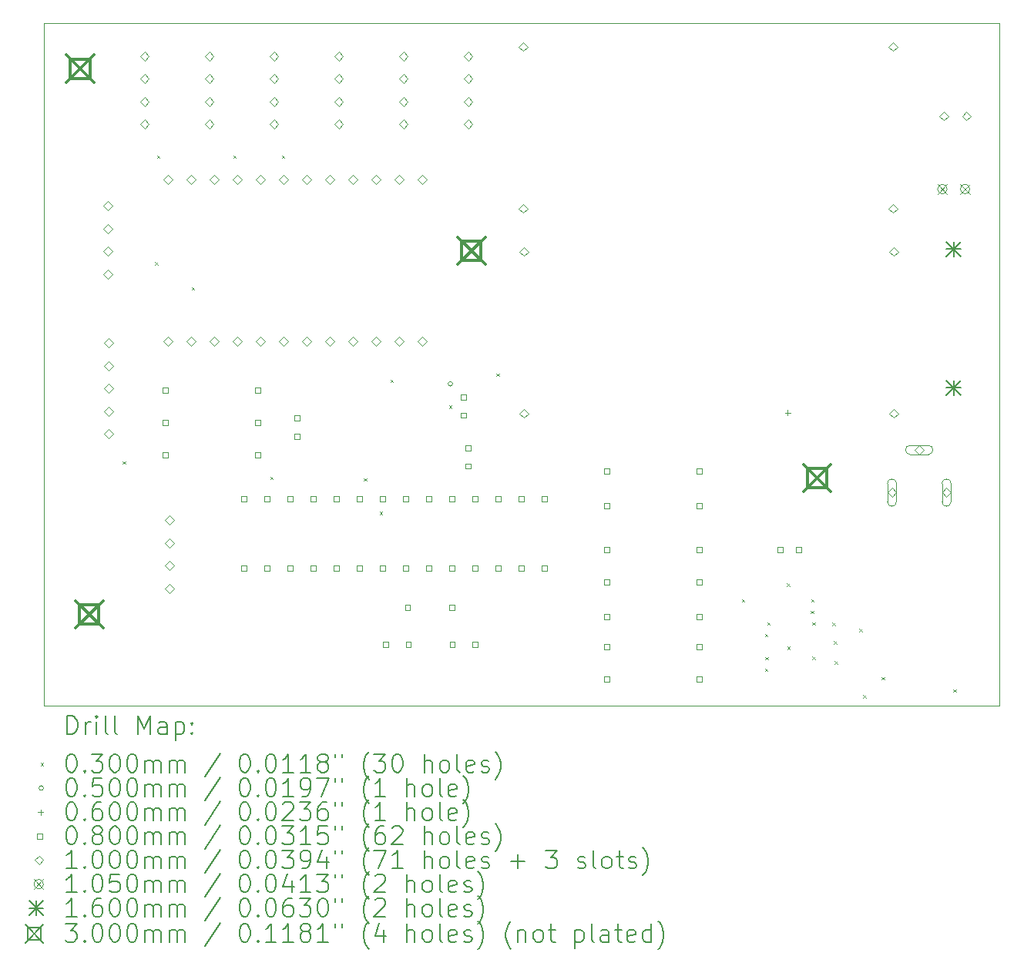
<source format=gbr>
%TF.GenerationSoftware,KiCad,Pcbnew,8.0.2*%
%TF.CreationDate,2024-06-06T11:53:57+07:00*%
%TF.ProjectId,IncubatorTesterV6,496e6375-6261-4746-9f72-546573746572,rev?*%
%TF.SameCoordinates,Original*%
%TF.FileFunction,Drillmap*%
%TF.FilePolarity,Positive*%
%FSLAX45Y45*%
G04 Gerber Fmt 4.5, Leading zero omitted, Abs format (unit mm)*
G04 Created by KiCad (PCBNEW 8.0.2) date 2024-06-06 11:53:57*
%MOMM*%
%LPD*%
G01*
G04 APERTURE LIST*
%ADD10C,0.050000*%
%ADD11C,0.200000*%
%ADD12C,0.100000*%
%ADD13C,0.105000*%
%ADD14C,0.160000*%
%ADD15C,0.300000*%
G04 APERTURE END LIST*
D10*
X9859472Y-6283668D02*
X20359472Y-6283668D01*
X20359472Y-13783668D01*
X9859472Y-13783668D01*
X9859472Y-6283668D01*
D11*
D12*
X10729200Y-11097500D02*
X10759200Y-11127500D01*
X10759200Y-11097500D02*
X10729200Y-11127500D01*
X11085000Y-8910000D02*
X11115000Y-8940000D01*
X11115000Y-8910000D02*
X11085000Y-8940000D01*
X11104432Y-7736168D02*
X11134432Y-7766168D01*
X11134432Y-7736168D02*
X11104432Y-7766168D01*
X11485000Y-9185000D02*
X11515000Y-9215000D01*
X11515000Y-9185000D02*
X11485000Y-9215000D01*
X11942631Y-7736168D02*
X11972631Y-7766168D01*
X11972631Y-7736168D02*
X11942631Y-7766168D01*
X12349031Y-11266768D02*
X12379031Y-11296768D01*
X12379031Y-11266768D02*
X12349031Y-11296768D01*
X12476031Y-7736168D02*
X12506031Y-7766168D01*
X12506031Y-7736168D02*
X12476031Y-7766168D01*
X13376000Y-11283000D02*
X13406000Y-11313000D01*
X13406000Y-11283000D02*
X13376000Y-11313000D01*
X13552000Y-11655000D02*
X13582000Y-11685000D01*
X13582000Y-11655000D02*
X13552000Y-11685000D01*
X13669831Y-10199969D02*
X13699831Y-10229969D01*
X13699831Y-10199969D02*
X13669831Y-10229969D01*
X14314000Y-10485000D02*
X14344000Y-10515000D01*
X14344000Y-10485000D02*
X14314000Y-10515000D01*
X14835000Y-10135000D02*
X14865000Y-10165000D01*
X14865000Y-10135000D02*
X14835000Y-10165000D01*
X17530632Y-12612968D02*
X17560632Y-12642968D01*
X17560632Y-12612968D02*
X17530632Y-12642968D01*
X17784632Y-12996508D02*
X17814632Y-13026508D01*
X17814632Y-12996508D02*
X17784632Y-13026508D01*
X17784632Y-13374968D02*
X17814632Y-13404968D01*
X17814632Y-13374968D02*
X17784632Y-13404968D01*
X17787172Y-13250508D02*
X17817172Y-13280508D01*
X17817172Y-13250508D02*
X17787172Y-13280508D01*
X17810032Y-12866968D02*
X17840032Y-12896968D01*
X17840032Y-12866968D02*
X17810032Y-12896968D01*
X18024000Y-12442000D02*
X18054000Y-12472000D01*
X18054000Y-12442000D02*
X18024000Y-12472000D01*
X18028472Y-13136208D02*
X18058472Y-13166208D01*
X18058472Y-13136208D02*
X18028472Y-13166208D01*
X18287552Y-12739968D02*
X18317552Y-12769968D01*
X18317552Y-12739968D02*
X18287552Y-12769968D01*
X18292632Y-12612968D02*
X18322632Y-12642968D01*
X18322632Y-12612968D02*
X18292632Y-12642968D01*
X18302792Y-13242888D02*
X18332792Y-13272888D01*
X18332792Y-13242888D02*
X18302792Y-13272888D01*
X18305332Y-12866968D02*
X18335332Y-12896968D01*
X18335332Y-12866968D02*
X18305332Y-12896968D01*
X18527232Y-12872968D02*
X18557232Y-12902968D01*
X18557232Y-12872968D02*
X18527232Y-12902968D01*
X18542220Y-13077000D02*
X18572220Y-13107000D01*
X18572220Y-13077000D02*
X18542220Y-13107000D01*
X18552400Y-13297000D02*
X18582400Y-13327000D01*
X18582400Y-13297000D02*
X18552400Y-13327000D01*
X18819100Y-12940000D02*
X18849100Y-12970000D01*
X18849100Y-12940000D02*
X18819100Y-12970000D01*
X18864000Y-13668000D02*
X18894000Y-13698000D01*
X18894000Y-13668000D02*
X18864000Y-13698000D01*
X19068000Y-13471000D02*
X19098000Y-13501000D01*
X19098000Y-13471000D02*
X19068000Y-13501000D01*
X19855000Y-13604000D02*
X19885000Y-13634000D01*
X19885000Y-13604000D02*
X19855000Y-13634000D01*
X14353000Y-10248537D02*
G75*
G02*
X14303000Y-10248537I-25000J0D01*
G01*
X14303000Y-10248537D02*
G75*
G02*
X14353000Y-10248537I25000J0D01*
G01*
X18034000Y-10536400D02*
X18034000Y-10596400D01*
X18004000Y-10566400D02*
X18064000Y-10566400D01*
X11223916Y-10344853D02*
X11223916Y-10288284D01*
X11167347Y-10288284D01*
X11167347Y-10344853D01*
X11223916Y-10344853D01*
X11223916Y-10700453D02*
X11223916Y-10643884D01*
X11167347Y-10643884D01*
X11167347Y-10700453D01*
X11223916Y-10700453D01*
X11223916Y-11056053D02*
X11223916Y-10999484D01*
X11167347Y-10999484D01*
X11167347Y-11056053D01*
X11223916Y-11056053D01*
X12087516Y-11538653D02*
X12087516Y-11482084D01*
X12030947Y-11482084D01*
X12030947Y-11538653D01*
X12087516Y-11538653D01*
X12087516Y-12300653D02*
X12087516Y-12244084D01*
X12030947Y-12244084D01*
X12030947Y-12300653D01*
X12087516Y-12300653D01*
X12239916Y-10344853D02*
X12239916Y-10288284D01*
X12183347Y-10288284D01*
X12183347Y-10344853D01*
X12239916Y-10344853D01*
X12239916Y-10700453D02*
X12239916Y-10643884D01*
X12183347Y-10643884D01*
X12183347Y-10700453D01*
X12239916Y-10700453D01*
X12239916Y-11056053D02*
X12239916Y-10999484D01*
X12183347Y-10999484D01*
X12183347Y-11056053D01*
X12239916Y-11056053D01*
X12341516Y-11538653D02*
X12341516Y-11482084D01*
X12284947Y-11482084D01*
X12284947Y-11538653D01*
X12341516Y-11538653D01*
X12341516Y-12300653D02*
X12341516Y-12244084D01*
X12284947Y-12244084D01*
X12284947Y-12300653D01*
X12341516Y-12300653D01*
X12595516Y-11538653D02*
X12595516Y-11482084D01*
X12538947Y-11482084D01*
X12538947Y-11538653D01*
X12595516Y-11538653D01*
X12595516Y-12300653D02*
X12595516Y-12244084D01*
X12538947Y-12244084D01*
X12538947Y-12300653D01*
X12595516Y-12300653D01*
X12671716Y-10652853D02*
X12671716Y-10596284D01*
X12615147Y-10596284D01*
X12615147Y-10652853D01*
X12671716Y-10652853D01*
X12671716Y-10852853D02*
X12671716Y-10796284D01*
X12615147Y-10796284D01*
X12615147Y-10852853D01*
X12671716Y-10852853D01*
X12849516Y-11538653D02*
X12849516Y-11482084D01*
X12792947Y-11482084D01*
X12792947Y-11538653D01*
X12849516Y-11538653D01*
X12849516Y-12300653D02*
X12849516Y-12244084D01*
X12792947Y-12244084D01*
X12792947Y-12300653D01*
X12849516Y-12300653D01*
X13103516Y-11538653D02*
X13103516Y-11482084D01*
X13046947Y-11482084D01*
X13046947Y-11538653D01*
X13103516Y-11538653D01*
X13103516Y-12300653D02*
X13103516Y-12244084D01*
X13046947Y-12244084D01*
X13046947Y-12300653D01*
X13103516Y-12300653D01*
X13357516Y-11538653D02*
X13357516Y-11482084D01*
X13300947Y-11482084D01*
X13300947Y-11538653D01*
X13357516Y-11538653D01*
X13357516Y-12300653D02*
X13357516Y-12244084D01*
X13300947Y-12244084D01*
X13300947Y-12300653D01*
X13357516Y-12300653D01*
X13611516Y-11538653D02*
X13611516Y-11482084D01*
X13554947Y-11482084D01*
X13554947Y-11538653D01*
X13611516Y-11538653D01*
X13611516Y-12300653D02*
X13611516Y-12244084D01*
X13554947Y-12244084D01*
X13554947Y-12300653D01*
X13611516Y-12300653D01*
X13644916Y-13138853D02*
X13644916Y-13082284D01*
X13588347Y-13082284D01*
X13588347Y-13138853D01*
X13644916Y-13138853D01*
X13865516Y-11538653D02*
X13865516Y-11482084D01*
X13808947Y-11482084D01*
X13808947Y-11538653D01*
X13865516Y-11538653D01*
X13865516Y-12300653D02*
X13865516Y-12244084D01*
X13808947Y-12244084D01*
X13808947Y-12300653D01*
X13865516Y-12300653D01*
X13885516Y-12732453D02*
X13885516Y-12675884D01*
X13828947Y-12675884D01*
X13828947Y-12732453D01*
X13885516Y-12732453D01*
X13894916Y-13138853D02*
X13894916Y-13082284D01*
X13838347Y-13082284D01*
X13838347Y-13138853D01*
X13894916Y-13138853D01*
X14119516Y-11538653D02*
X14119516Y-11482084D01*
X14062947Y-11482084D01*
X14062947Y-11538653D01*
X14119516Y-11538653D01*
X14119516Y-12300653D02*
X14119516Y-12244084D01*
X14062947Y-12244084D01*
X14062947Y-12300653D01*
X14119516Y-12300653D01*
X14373516Y-11538653D02*
X14373516Y-11482084D01*
X14316947Y-11482084D01*
X14316947Y-11538653D01*
X14373516Y-11538653D01*
X14373516Y-12300653D02*
X14373516Y-12244084D01*
X14316947Y-12244084D01*
X14316947Y-12300653D01*
X14373516Y-12300653D01*
X14373516Y-12732453D02*
X14373516Y-12675884D01*
X14316947Y-12675884D01*
X14316947Y-12732453D01*
X14373516Y-12732453D01*
X14377516Y-13138853D02*
X14377516Y-13082284D01*
X14320947Y-13082284D01*
X14320947Y-13138853D01*
X14377516Y-13138853D01*
X14500516Y-10421053D02*
X14500516Y-10364484D01*
X14443947Y-10364484D01*
X14443947Y-10421053D01*
X14500516Y-10421053D01*
X14500516Y-10621053D02*
X14500516Y-10564484D01*
X14443947Y-10564484D01*
X14443947Y-10621053D01*
X14500516Y-10621053D01*
X14551316Y-10979853D02*
X14551316Y-10923284D01*
X14494747Y-10923284D01*
X14494747Y-10979853D01*
X14551316Y-10979853D01*
X14551316Y-11179853D02*
X14551316Y-11123284D01*
X14494747Y-11123284D01*
X14494747Y-11179853D01*
X14551316Y-11179853D01*
X14627516Y-11538653D02*
X14627516Y-11482084D01*
X14570947Y-11482084D01*
X14570947Y-11538653D01*
X14627516Y-11538653D01*
X14627516Y-12300653D02*
X14627516Y-12244084D01*
X14570947Y-12244084D01*
X14570947Y-12300653D01*
X14627516Y-12300653D01*
X14627516Y-13138853D02*
X14627516Y-13082284D01*
X14570947Y-13082284D01*
X14570947Y-13138853D01*
X14627516Y-13138853D01*
X14881516Y-11538653D02*
X14881516Y-11482084D01*
X14824947Y-11482084D01*
X14824947Y-11538653D01*
X14881516Y-11538653D01*
X14881516Y-12300653D02*
X14881516Y-12244084D01*
X14824947Y-12244084D01*
X14824947Y-12300653D01*
X14881516Y-12300653D01*
X15135516Y-11538653D02*
X15135516Y-11482084D01*
X15078947Y-11482084D01*
X15078947Y-11538653D01*
X15135516Y-11538653D01*
X15135516Y-12300653D02*
X15135516Y-12244084D01*
X15078947Y-12244084D01*
X15078947Y-12300653D01*
X15135516Y-12300653D01*
X15389516Y-11538653D02*
X15389516Y-11482084D01*
X15332947Y-11482084D01*
X15332947Y-11538653D01*
X15389516Y-11538653D01*
X15389516Y-12300653D02*
X15389516Y-12244084D01*
X15332947Y-12244084D01*
X15332947Y-12300653D01*
X15389516Y-12300653D01*
X16075316Y-11233853D02*
X16075316Y-11177284D01*
X16018747Y-11177284D01*
X16018747Y-11233853D01*
X16075316Y-11233853D01*
X16075316Y-11614853D02*
X16075316Y-11558284D01*
X16018747Y-11558284D01*
X16018747Y-11614853D01*
X16075316Y-11614853D01*
X16075316Y-12097453D02*
X16075316Y-12040884D01*
X16018747Y-12040884D01*
X16018747Y-12097453D01*
X16075316Y-12097453D01*
X16075316Y-12453053D02*
X16075316Y-12396484D01*
X16018747Y-12396484D01*
X16018747Y-12453053D01*
X16075316Y-12453053D01*
X16075316Y-12834053D02*
X16075316Y-12777484D01*
X16018747Y-12777484D01*
X16018747Y-12834053D01*
X16075316Y-12834053D01*
X16075316Y-13164253D02*
X16075316Y-13107684D01*
X16018747Y-13107684D01*
X16018747Y-13164253D01*
X16075316Y-13164253D01*
X16075316Y-13519853D02*
X16075316Y-13463284D01*
X16018747Y-13463284D01*
X16018747Y-13519853D01*
X16075316Y-13519853D01*
X17091316Y-11233853D02*
X17091316Y-11177284D01*
X17034747Y-11177284D01*
X17034747Y-11233853D01*
X17091316Y-11233853D01*
X17091316Y-11614853D02*
X17091316Y-11558284D01*
X17034747Y-11558284D01*
X17034747Y-11614853D01*
X17091316Y-11614853D01*
X17091316Y-12097453D02*
X17091316Y-12040884D01*
X17034747Y-12040884D01*
X17034747Y-12097453D01*
X17091316Y-12097453D01*
X17091316Y-12453053D02*
X17091316Y-12396484D01*
X17034747Y-12396484D01*
X17034747Y-12453053D01*
X17091316Y-12453053D01*
X17091316Y-12834053D02*
X17091316Y-12777484D01*
X17034747Y-12777484D01*
X17034747Y-12834053D01*
X17091316Y-12834053D01*
X17091316Y-13164253D02*
X17091316Y-13107684D01*
X17034747Y-13107684D01*
X17034747Y-13164253D01*
X17091316Y-13164253D01*
X17091316Y-13519853D02*
X17091316Y-13463284D01*
X17034747Y-13463284D01*
X17034747Y-13519853D01*
X17091316Y-13519853D01*
X17981916Y-12097453D02*
X17981916Y-12040884D01*
X17925347Y-12040884D01*
X17925347Y-12097453D01*
X17981916Y-12097453D01*
X18181916Y-12097453D02*
X18181916Y-12040884D01*
X18125347Y-12040884D01*
X18125347Y-12097453D01*
X18181916Y-12097453D01*
X10562332Y-8342568D02*
X10612332Y-8292568D01*
X10562332Y-8242568D01*
X10512332Y-8292568D01*
X10562332Y-8342568D01*
X10562332Y-8592569D02*
X10612332Y-8542569D01*
X10562332Y-8492569D01*
X10512332Y-8542569D01*
X10562332Y-8592569D01*
X10562332Y-8842569D02*
X10612332Y-8792569D01*
X10562332Y-8742569D01*
X10512332Y-8792569D01*
X10562332Y-8842569D01*
X10562332Y-9092569D02*
X10612332Y-9042569D01*
X10562332Y-8992569D01*
X10512332Y-9042569D01*
X10562332Y-9092569D01*
X10575000Y-9849000D02*
X10625000Y-9799000D01*
X10575000Y-9749000D01*
X10525000Y-9799000D01*
X10575000Y-9849000D01*
X10575000Y-10099000D02*
X10625000Y-10049000D01*
X10575000Y-9999000D01*
X10525000Y-10049000D01*
X10575000Y-10099000D01*
X10575000Y-10349000D02*
X10625000Y-10299000D01*
X10575000Y-10249000D01*
X10525000Y-10299000D01*
X10575000Y-10349000D01*
X10575000Y-10599000D02*
X10625000Y-10549000D01*
X10575000Y-10499000D01*
X10525000Y-10549000D01*
X10575000Y-10599000D01*
X10575000Y-10849000D02*
X10625000Y-10799000D01*
X10575000Y-10749000D01*
X10525000Y-10799000D01*
X10575000Y-10849000D01*
X10967032Y-6695568D02*
X11017032Y-6645568D01*
X10967032Y-6595568D01*
X10917032Y-6645568D01*
X10967032Y-6695568D01*
X10967032Y-6945568D02*
X11017032Y-6895568D01*
X10967032Y-6845568D01*
X10917032Y-6895568D01*
X10967032Y-6945568D01*
X10967032Y-7195568D02*
X11017032Y-7145568D01*
X10967032Y-7095568D01*
X10917032Y-7145568D01*
X10967032Y-7195568D01*
X10967032Y-7445568D02*
X11017032Y-7395568D01*
X10967032Y-7345568D01*
X10917032Y-7395568D01*
X10967032Y-7445568D01*
X11226000Y-8055168D02*
X11276000Y-8005168D01*
X11226000Y-7955168D01*
X11176000Y-8005168D01*
X11226000Y-8055168D01*
X11226000Y-9833169D02*
X11276000Y-9783169D01*
X11226000Y-9733169D01*
X11176000Y-9783169D01*
X11226000Y-9833169D01*
X11244731Y-11794968D02*
X11294731Y-11744968D01*
X11244731Y-11694968D01*
X11194731Y-11744968D01*
X11244731Y-11794968D01*
X11244731Y-12044968D02*
X11294731Y-11994968D01*
X11244731Y-11944968D01*
X11194731Y-11994968D01*
X11244731Y-12044968D01*
X11244731Y-12294968D02*
X11294731Y-12244968D01*
X11244731Y-12194968D01*
X11194731Y-12244968D01*
X11244731Y-12294968D01*
X11244731Y-12544968D02*
X11294731Y-12494968D01*
X11244731Y-12444968D01*
X11194731Y-12494968D01*
X11244731Y-12544968D01*
X11480000Y-8055168D02*
X11530000Y-8005168D01*
X11480000Y-7955168D01*
X11430000Y-8005168D01*
X11480000Y-8055168D01*
X11480000Y-9833169D02*
X11530000Y-9783169D01*
X11480000Y-9733169D01*
X11430000Y-9783169D01*
X11480000Y-9833169D01*
X11678231Y-6695568D02*
X11728231Y-6645568D01*
X11678231Y-6595568D01*
X11628231Y-6645568D01*
X11678231Y-6695568D01*
X11678231Y-6945568D02*
X11728231Y-6895568D01*
X11678231Y-6845568D01*
X11628231Y-6895568D01*
X11678231Y-6945568D01*
X11678231Y-7195568D02*
X11728231Y-7145568D01*
X11678231Y-7095568D01*
X11628231Y-7145568D01*
X11678231Y-7195568D01*
X11678231Y-7445568D02*
X11728231Y-7395568D01*
X11678231Y-7345568D01*
X11628231Y-7395568D01*
X11678231Y-7445568D01*
X11734000Y-8055168D02*
X11784000Y-8005168D01*
X11734000Y-7955168D01*
X11684000Y-8005168D01*
X11734000Y-8055168D01*
X11734000Y-9833169D02*
X11784000Y-9783169D01*
X11734000Y-9733169D01*
X11684000Y-9783169D01*
X11734000Y-9833169D01*
X11988000Y-8055168D02*
X12038000Y-8005168D01*
X11988000Y-7955168D01*
X11938000Y-8005168D01*
X11988000Y-8055168D01*
X11988000Y-9833169D02*
X12038000Y-9783169D01*
X11988000Y-9733169D01*
X11938000Y-9783169D01*
X11988000Y-9833169D01*
X12242000Y-8055168D02*
X12292000Y-8005168D01*
X12242000Y-7955168D01*
X12192000Y-8005168D01*
X12242000Y-8055168D01*
X12242000Y-9833169D02*
X12292000Y-9783169D01*
X12242000Y-9733169D01*
X12192000Y-9783169D01*
X12242000Y-9833169D01*
X12389431Y-6695568D02*
X12439431Y-6645568D01*
X12389431Y-6595568D01*
X12339431Y-6645568D01*
X12389431Y-6695568D01*
X12389431Y-6945568D02*
X12439431Y-6895568D01*
X12389431Y-6845568D01*
X12339431Y-6895568D01*
X12389431Y-6945568D01*
X12389431Y-7195568D02*
X12439431Y-7145568D01*
X12389431Y-7095568D01*
X12339431Y-7145568D01*
X12389431Y-7195568D01*
X12389431Y-7445568D02*
X12439431Y-7395568D01*
X12389431Y-7345568D01*
X12339431Y-7395568D01*
X12389431Y-7445568D01*
X12496000Y-8055168D02*
X12546000Y-8005168D01*
X12496000Y-7955168D01*
X12446000Y-8005168D01*
X12496000Y-8055168D01*
X12496000Y-9833169D02*
X12546000Y-9783169D01*
X12496000Y-9733169D01*
X12446000Y-9783169D01*
X12496000Y-9833169D01*
X12750000Y-8055168D02*
X12800000Y-8005168D01*
X12750000Y-7955168D01*
X12700000Y-8005168D01*
X12750000Y-8055168D01*
X12750000Y-9833169D02*
X12800000Y-9783169D01*
X12750000Y-9733169D01*
X12700000Y-9783169D01*
X12750000Y-9833169D01*
X13004000Y-8055168D02*
X13054000Y-8005168D01*
X13004000Y-7955168D01*
X12954000Y-8005168D01*
X13004000Y-8055168D01*
X13004000Y-9833169D02*
X13054000Y-9783169D01*
X13004000Y-9733169D01*
X12954000Y-9783169D01*
X13004000Y-9833169D01*
X13100631Y-6695568D02*
X13150631Y-6645568D01*
X13100631Y-6595568D01*
X13050631Y-6645568D01*
X13100631Y-6695568D01*
X13100631Y-6945568D02*
X13150631Y-6895568D01*
X13100631Y-6845568D01*
X13050631Y-6895568D01*
X13100631Y-6945568D01*
X13100631Y-7195568D02*
X13150631Y-7145568D01*
X13100631Y-7095568D01*
X13050631Y-7145568D01*
X13100631Y-7195568D01*
X13100631Y-7445568D02*
X13150631Y-7395568D01*
X13100631Y-7345568D01*
X13050631Y-7395568D01*
X13100631Y-7445568D01*
X13258000Y-8055168D02*
X13308000Y-8005168D01*
X13258000Y-7955168D01*
X13208000Y-8005168D01*
X13258000Y-8055168D01*
X13258000Y-9833169D02*
X13308000Y-9783169D01*
X13258000Y-9733169D01*
X13208000Y-9783169D01*
X13258000Y-9833169D01*
X13512000Y-8055168D02*
X13562000Y-8005168D01*
X13512000Y-7955168D01*
X13462000Y-8005168D01*
X13512000Y-8055168D01*
X13512000Y-9833169D02*
X13562000Y-9783169D01*
X13512000Y-9733169D01*
X13462000Y-9783169D01*
X13512000Y-9833169D01*
X13766000Y-8055168D02*
X13816000Y-8005168D01*
X13766000Y-7955168D01*
X13716000Y-8005168D01*
X13766000Y-8055168D01*
X13766000Y-9833169D02*
X13816000Y-9783169D01*
X13766000Y-9733169D01*
X13716000Y-9783169D01*
X13766000Y-9833169D01*
X13811831Y-6695568D02*
X13861831Y-6645568D01*
X13811831Y-6595568D01*
X13761831Y-6645568D01*
X13811831Y-6695568D01*
X13811831Y-6945568D02*
X13861831Y-6895568D01*
X13811831Y-6845568D01*
X13761831Y-6895568D01*
X13811831Y-6945568D01*
X13811831Y-7195568D02*
X13861831Y-7145568D01*
X13811831Y-7095568D01*
X13761831Y-7145568D01*
X13811831Y-7195568D01*
X13811831Y-7445568D02*
X13861831Y-7395568D01*
X13811831Y-7345568D01*
X13761831Y-7395568D01*
X13811831Y-7445568D01*
X14020000Y-8055168D02*
X14070000Y-8005168D01*
X14020000Y-7955168D01*
X13970000Y-8005168D01*
X14020000Y-8055168D01*
X14020000Y-9833169D02*
X14070000Y-9783169D01*
X14020000Y-9733169D01*
X13970000Y-9783169D01*
X14020000Y-9833169D01*
X14523031Y-6695568D02*
X14573031Y-6645568D01*
X14523031Y-6595568D01*
X14473031Y-6645568D01*
X14523031Y-6695568D01*
X14523031Y-6945568D02*
X14573031Y-6895568D01*
X14523031Y-6845568D01*
X14473031Y-6895568D01*
X14523031Y-6945568D01*
X14523031Y-7195568D02*
X14573031Y-7145568D01*
X14523031Y-7095568D01*
X14473031Y-7145568D01*
X14523031Y-7195568D01*
X14523031Y-7445568D02*
X14573031Y-7395568D01*
X14523031Y-7345568D01*
X14473031Y-7395568D01*
X14523031Y-7445568D01*
X15130000Y-6592000D02*
X15180000Y-6542000D01*
X15130000Y-6492000D01*
X15080000Y-6542000D01*
X15130000Y-6592000D01*
X15130000Y-8370000D02*
X15180000Y-8320000D01*
X15130000Y-8270000D01*
X15080000Y-8320000D01*
X15130000Y-8370000D01*
X15137000Y-8844000D02*
X15187000Y-8794000D01*
X15137000Y-8744000D01*
X15087000Y-8794000D01*
X15137000Y-8844000D01*
X15137000Y-10622000D02*
X15187000Y-10572000D01*
X15137000Y-10522000D01*
X15087000Y-10572000D01*
X15137000Y-10622000D01*
X19179900Y-11492800D02*
X19229900Y-11442800D01*
X19179900Y-11392800D01*
X19129900Y-11442800D01*
X19179900Y-11492800D01*
X19229900Y-11542800D02*
X19229900Y-11342800D01*
X19129900Y-11342800D02*
G75*
G02*
X19229900Y-11342800I50000J0D01*
G01*
X19129900Y-11342800D02*
X19129900Y-11542800D01*
X19129900Y-11542800D02*
G75*
G03*
X19229900Y-11542800I50000J0D01*
G01*
X19194000Y-6592000D02*
X19244000Y-6542000D01*
X19194000Y-6492000D01*
X19144000Y-6542000D01*
X19194000Y-6592000D01*
X19194000Y-8370000D02*
X19244000Y-8320000D01*
X19194000Y-8270000D01*
X19144000Y-8320000D01*
X19194000Y-8370000D01*
X19201000Y-8844000D02*
X19251000Y-8794000D01*
X19201000Y-8744000D01*
X19151000Y-8794000D01*
X19201000Y-8844000D01*
X19201000Y-10622000D02*
X19251000Y-10572000D01*
X19201000Y-10522000D01*
X19151000Y-10572000D01*
X19201000Y-10622000D01*
X19479900Y-11022800D02*
X19529900Y-10972800D01*
X19479900Y-10922800D01*
X19429900Y-10972800D01*
X19479900Y-11022800D01*
X19579900Y-10922800D02*
X19379900Y-10922800D01*
X19379900Y-11022800D02*
G75*
G02*
X19379900Y-10922800I0J50000D01*
G01*
X19379900Y-11022800D02*
X19579900Y-11022800D01*
X19579900Y-11022800D02*
G75*
G03*
X19579900Y-10922800I0J50000D01*
G01*
X19750000Y-7354128D02*
X19800000Y-7304128D01*
X19750000Y-7254128D01*
X19700000Y-7304128D01*
X19750000Y-7354128D01*
X19779900Y-11492800D02*
X19829900Y-11442800D01*
X19779900Y-11392800D01*
X19729900Y-11442800D01*
X19779900Y-11492800D01*
X19829900Y-11542800D02*
X19829900Y-11342800D01*
X19729900Y-11342800D02*
G75*
G02*
X19829900Y-11342800I50000J0D01*
G01*
X19729900Y-11342800D02*
X19729900Y-11542800D01*
X19729900Y-11542800D02*
G75*
G03*
X19829900Y-11542800I50000J0D01*
G01*
X20000000Y-7354128D02*
X20050000Y-7304128D01*
X20000000Y-7254128D01*
X19950000Y-7304128D01*
X20000000Y-7354128D01*
D13*
X19681532Y-8054268D02*
X19786532Y-8159268D01*
X19786532Y-8054268D02*
X19681532Y-8159268D01*
X19786532Y-8106768D02*
G75*
G02*
X19681532Y-8106768I-52500J0D01*
G01*
X19681532Y-8106768D02*
G75*
G02*
X19786532Y-8106768I52500J0D01*
G01*
X19931532Y-8054268D02*
X20036532Y-8159268D01*
X20036532Y-8054268D02*
X19931532Y-8159268D01*
X20036532Y-8106768D02*
G75*
G02*
X19931532Y-8106768I-52500J0D01*
G01*
X19931532Y-8106768D02*
G75*
G02*
X20036532Y-8106768I52500J0D01*
G01*
D14*
X19777032Y-8687169D02*
X19937032Y-8847169D01*
X19937032Y-8687169D02*
X19777032Y-8847169D01*
X19857032Y-8687169D02*
X19857032Y-8847169D01*
X19777032Y-8767169D02*
X19937032Y-8767169D01*
X19777032Y-10211169D02*
X19937032Y-10371169D01*
X19937032Y-10211169D02*
X19777032Y-10371169D01*
X19857032Y-10211169D02*
X19857032Y-10371169D01*
X19777032Y-10291169D02*
X19937032Y-10291169D01*
D15*
X10109472Y-6633668D02*
X10409472Y-6933668D01*
X10409472Y-6633668D02*
X10109472Y-6933668D01*
X10365539Y-6889735D02*
X10365539Y-6677601D01*
X10153405Y-6677601D01*
X10153405Y-6889735D01*
X10365539Y-6889735D01*
X10209472Y-12633668D02*
X10509472Y-12933668D01*
X10509472Y-12633668D02*
X10209472Y-12933668D01*
X10465539Y-12889735D02*
X10465539Y-12677601D01*
X10253405Y-12677601D01*
X10253405Y-12889735D01*
X10465539Y-12889735D01*
X14409471Y-8633669D02*
X14709471Y-8933669D01*
X14709471Y-8633669D02*
X14409471Y-8933669D01*
X14665538Y-8889736D02*
X14665538Y-8677602D01*
X14453404Y-8677602D01*
X14453404Y-8889736D01*
X14665538Y-8889736D01*
X18209472Y-11133669D02*
X18509472Y-11433668D01*
X18509472Y-11133669D02*
X18209472Y-11433668D01*
X18465539Y-11389735D02*
X18465539Y-11177602D01*
X18253405Y-11177602D01*
X18253405Y-11389735D01*
X18465539Y-11389735D01*
D11*
X10117748Y-14097652D02*
X10117748Y-13897652D01*
X10117748Y-13897652D02*
X10165367Y-13897652D01*
X10165367Y-13897652D02*
X10193939Y-13907176D01*
X10193939Y-13907176D02*
X10212986Y-13926224D01*
X10212986Y-13926224D02*
X10222510Y-13945271D01*
X10222510Y-13945271D02*
X10232034Y-13983366D01*
X10232034Y-13983366D02*
X10232034Y-14011938D01*
X10232034Y-14011938D02*
X10222510Y-14050033D01*
X10222510Y-14050033D02*
X10212986Y-14069081D01*
X10212986Y-14069081D02*
X10193939Y-14088128D01*
X10193939Y-14088128D02*
X10165367Y-14097652D01*
X10165367Y-14097652D02*
X10117748Y-14097652D01*
X10317748Y-14097652D02*
X10317748Y-13964319D01*
X10317748Y-14002414D02*
X10327272Y-13983366D01*
X10327272Y-13983366D02*
X10336796Y-13973843D01*
X10336796Y-13973843D02*
X10355844Y-13964319D01*
X10355844Y-13964319D02*
X10374891Y-13964319D01*
X10441558Y-14097652D02*
X10441558Y-13964319D01*
X10441558Y-13897652D02*
X10432034Y-13907176D01*
X10432034Y-13907176D02*
X10441558Y-13916700D01*
X10441558Y-13916700D02*
X10451082Y-13907176D01*
X10451082Y-13907176D02*
X10441558Y-13897652D01*
X10441558Y-13897652D02*
X10441558Y-13916700D01*
X10565367Y-14097652D02*
X10546320Y-14088128D01*
X10546320Y-14088128D02*
X10536796Y-14069081D01*
X10536796Y-14069081D02*
X10536796Y-13897652D01*
X10670129Y-14097652D02*
X10651082Y-14088128D01*
X10651082Y-14088128D02*
X10641558Y-14069081D01*
X10641558Y-14069081D02*
X10641558Y-13897652D01*
X10898701Y-14097652D02*
X10898701Y-13897652D01*
X10898701Y-13897652D02*
X10965367Y-14040509D01*
X10965367Y-14040509D02*
X11032034Y-13897652D01*
X11032034Y-13897652D02*
X11032034Y-14097652D01*
X11212986Y-14097652D02*
X11212986Y-13992890D01*
X11212986Y-13992890D02*
X11203463Y-13973843D01*
X11203463Y-13973843D02*
X11184415Y-13964319D01*
X11184415Y-13964319D02*
X11146320Y-13964319D01*
X11146320Y-13964319D02*
X11127272Y-13973843D01*
X11212986Y-14088128D02*
X11193939Y-14097652D01*
X11193939Y-14097652D02*
X11146320Y-14097652D01*
X11146320Y-14097652D02*
X11127272Y-14088128D01*
X11127272Y-14088128D02*
X11117748Y-14069081D01*
X11117748Y-14069081D02*
X11117748Y-14050033D01*
X11117748Y-14050033D02*
X11127272Y-14030986D01*
X11127272Y-14030986D02*
X11146320Y-14021462D01*
X11146320Y-14021462D02*
X11193939Y-14021462D01*
X11193939Y-14021462D02*
X11212986Y-14011938D01*
X11308224Y-13964319D02*
X11308224Y-14164319D01*
X11308224Y-13973843D02*
X11327272Y-13964319D01*
X11327272Y-13964319D02*
X11365367Y-13964319D01*
X11365367Y-13964319D02*
X11384415Y-13973843D01*
X11384415Y-13973843D02*
X11393939Y-13983366D01*
X11393939Y-13983366D02*
X11403463Y-14002414D01*
X11403463Y-14002414D02*
X11403463Y-14059557D01*
X11403463Y-14059557D02*
X11393939Y-14078605D01*
X11393939Y-14078605D02*
X11384415Y-14088128D01*
X11384415Y-14088128D02*
X11365367Y-14097652D01*
X11365367Y-14097652D02*
X11327272Y-14097652D01*
X11327272Y-14097652D02*
X11308224Y-14088128D01*
X11489177Y-14078605D02*
X11498701Y-14088128D01*
X11498701Y-14088128D02*
X11489177Y-14097652D01*
X11489177Y-14097652D02*
X11479653Y-14088128D01*
X11479653Y-14088128D02*
X11489177Y-14078605D01*
X11489177Y-14078605D02*
X11489177Y-14097652D01*
X11489177Y-13973843D02*
X11498701Y-13983366D01*
X11498701Y-13983366D02*
X11489177Y-13992890D01*
X11489177Y-13992890D02*
X11479653Y-13983366D01*
X11479653Y-13983366D02*
X11489177Y-13973843D01*
X11489177Y-13973843D02*
X11489177Y-13992890D01*
D12*
X9826972Y-14411168D02*
X9856972Y-14441168D01*
X9856972Y-14411168D02*
X9826972Y-14441168D01*
D11*
X10155844Y-14317652D02*
X10174891Y-14317652D01*
X10174891Y-14317652D02*
X10193939Y-14327176D01*
X10193939Y-14327176D02*
X10203463Y-14336700D01*
X10203463Y-14336700D02*
X10212986Y-14355747D01*
X10212986Y-14355747D02*
X10222510Y-14393843D01*
X10222510Y-14393843D02*
X10222510Y-14441462D01*
X10222510Y-14441462D02*
X10212986Y-14479557D01*
X10212986Y-14479557D02*
X10203463Y-14498605D01*
X10203463Y-14498605D02*
X10193939Y-14508128D01*
X10193939Y-14508128D02*
X10174891Y-14517652D01*
X10174891Y-14517652D02*
X10155844Y-14517652D01*
X10155844Y-14517652D02*
X10136796Y-14508128D01*
X10136796Y-14508128D02*
X10127272Y-14498605D01*
X10127272Y-14498605D02*
X10117748Y-14479557D01*
X10117748Y-14479557D02*
X10108225Y-14441462D01*
X10108225Y-14441462D02*
X10108225Y-14393843D01*
X10108225Y-14393843D02*
X10117748Y-14355747D01*
X10117748Y-14355747D02*
X10127272Y-14336700D01*
X10127272Y-14336700D02*
X10136796Y-14327176D01*
X10136796Y-14327176D02*
X10155844Y-14317652D01*
X10308225Y-14498605D02*
X10317748Y-14508128D01*
X10317748Y-14508128D02*
X10308225Y-14517652D01*
X10308225Y-14517652D02*
X10298701Y-14508128D01*
X10298701Y-14508128D02*
X10308225Y-14498605D01*
X10308225Y-14498605D02*
X10308225Y-14517652D01*
X10384415Y-14317652D02*
X10508225Y-14317652D01*
X10508225Y-14317652D02*
X10441558Y-14393843D01*
X10441558Y-14393843D02*
X10470129Y-14393843D01*
X10470129Y-14393843D02*
X10489177Y-14403366D01*
X10489177Y-14403366D02*
X10498701Y-14412890D01*
X10498701Y-14412890D02*
X10508225Y-14431938D01*
X10508225Y-14431938D02*
X10508225Y-14479557D01*
X10508225Y-14479557D02*
X10498701Y-14498605D01*
X10498701Y-14498605D02*
X10489177Y-14508128D01*
X10489177Y-14508128D02*
X10470129Y-14517652D01*
X10470129Y-14517652D02*
X10412986Y-14517652D01*
X10412986Y-14517652D02*
X10393939Y-14508128D01*
X10393939Y-14508128D02*
X10384415Y-14498605D01*
X10632034Y-14317652D02*
X10651082Y-14317652D01*
X10651082Y-14317652D02*
X10670129Y-14327176D01*
X10670129Y-14327176D02*
X10679653Y-14336700D01*
X10679653Y-14336700D02*
X10689177Y-14355747D01*
X10689177Y-14355747D02*
X10698701Y-14393843D01*
X10698701Y-14393843D02*
X10698701Y-14441462D01*
X10698701Y-14441462D02*
X10689177Y-14479557D01*
X10689177Y-14479557D02*
X10679653Y-14498605D01*
X10679653Y-14498605D02*
X10670129Y-14508128D01*
X10670129Y-14508128D02*
X10651082Y-14517652D01*
X10651082Y-14517652D02*
X10632034Y-14517652D01*
X10632034Y-14517652D02*
X10612986Y-14508128D01*
X10612986Y-14508128D02*
X10603463Y-14498605D01*
X10603463Y-14498605D02*
X10593939Y-14479557D01*
X10593939Y-14479557D02*
X10584415Y-14441462D01*
X10584415Y-14441462D02*
X10584415Y-14393843D01*
X10584415Y-14393843D02*
X10593939Y-14355747D01*
X10593939Y-14355747D02*
X10603463Y-14336700D01*
X10603463Y-14336700D02*
X10612986Y-14327176D01*
X10612986Y-14327176D02*
X10632034Y-14317652D01*
X10822510Y-14317652D02*
X10841558Y-14317652D01*
X10841558Y-14317652D02*
X10860606Y-14327176D01*
X10860606Y-14327176D02*
X10870129Y-14336700D01*
X10870129Y-14336700D02*
X10879653Y-14355747D01*
X10879653Y-14355747D02*
X10889177Y-14393843D01*
X10889177Y-14393843D02*
X10889177Y-14441462D01*
X10889177Y-14441462D02*
X10879653Y-14479557D01*
X10879653Y-14479557D02*
X10870129Y-14498605D01*
X10870129Y-14498605D02*
X10860606Y-14508128D01*
X10860606Y-14508128D02*
X10841558Y-14517652D01*
X10841558Y-14517652D02*
X10822510Y-14517652D01*
X10822510Y-14517652D02*
X10803463Y-14508128D01*
X10803463Y-14508128D02*
X10793939Y-14498605D01*
X10793939Y-14498605D02*
X10784415Y-14479557D01*
X10784415Y-14479557D02*
X10774891Y-14441462D01*
X10774891Y-14441462D02*
X10774891Y-14393843D01*
X10774891Y-14393843D02*
X10784415Y-14355747D01*
X10784415Y-14355747D02*
X10793939Y-14336700D01*
X10793939Y-14336700D02*
X10803463Y-14327176D01*
X10803463Y-14327176D02*
X10822510Y-14317652D01*
X10974891Y-14517652D02*
X10974891Y-14384319D01*
X10974891Y-14403366D02*
X10984415Y-14393843D01*
X10984415Y-14393843D02*
X11003463Y-14384319D01*
X11003463Y-14384319D02*
X11032034Y-14384319D01*
X11032034Y-14384319D02*
X11051082Y-14393843D01*
X11051082Y-14393843D02*
X11060606Y-14412890D01*
X11060606Y-14412890D02*
X11060606Y-14517652D01*
X11060606Y-14412890D02*
X11070129Y-14393843D01*
X11070129Y-14393843D02*
X11089177Y-14384319D01*
X11089177Y-14384319D02*
X11117748Y-14384319D01*
X11117748Y-14384319D02*
X11136796Y-14393843D01*
X11136796Y-14393843D02*
X11146320Y-14412890D01*
X11146320Y-14412890D02*
X11146320Y-14517652D01*
X11241558Y-14517652D02*
X11241558Y-14384319D01*
X11241558Y-14403366D02*
X11251082Y-14393843D01*
X11251082Y-14393843D02*
X11270129Y-14384319D01*
X11270129Y-14384319D02*
X11298701Y-14384319D01*
X11298701Y-14384319D02*
X11317748Y-14393843D01*
X11317748Y-14393843D02*
X11327272Y-14412890D01*
X11327272Y-14412890D02*
X11327272Y-14517652D01*
X11327272Y-14412890D02*
X11336796Y-14393843D01*
X11336796Y-14393843D02*
X11355844Y-14384319D01*
X11355844Y-14384319D02*
X11384415Y-14384319D01*
X11384415Y-14384319D02*
X11403463Y-14393843D01*
X11403463Y-14393843D02*
X11412986Y-14412890D01*
X11412986Y-14412890D02*
X11412986Y-14517652D01*
X11803463Y-14308128D02*
X11632034Y-14565271D01*
X12060606Y-14317652D02*
X12079653Y-14317652D01*
X12079653Y-14317652D02*
X12098701Y-14327176D01*
X12098701Y-14327176D02*
X12108225Y-14336700D01*
X12108225Y-14336700D02*
X12117748Y-14355747D01*
X12117748Y-14355747D02*
X12127272Y-14393843D01*
X12127272Y-14393843D02*
X12127272Y-14441462D01*
X12127272Y-14441462D02*
X12117748Y-14479557D01*
X12117748Y-14479557D02*
X12108225Y-14498605D01*
X12108225Y-14498605D02*
X12098701Y-14508128D01*
X12098701Y-14508128D02*
X12079653Y-14517652D01*
X12079653Y-14517652D02*
X12060606Y-14517652D01*
X12060606Y-14517652D02*
X12041558Y-14508128D01*
X12041558Y-14508128D02*
X12032034Y-14498605D01*
X12032034Y-14498605D02*
X12022510Y-14479557D01*
X12022510Y-14479557D02*
X12012987Y-14441462D01*
X12012987Y-14441462D02*
X12012987Y-14393843D01*
X12012987Y-14393843D02*
X12022510Y-14355747D01*
X12022510Y-14355747D02*
X12032034Y-14336700D01*
X12032034Y-14336700D02*
X12041558Y-14327176D01*
X12041558Y-14327176D02*
X12060606Y-14317652D01*
X12212987Y-14498605D02*
X12222510Y-14508128D01*
X12222510Y-14508128D02*
X12212987Y-14517652D01*
X12212987Y-14517652D02*
X12203463Y-14508128D01*
X12203463Y-14508128D02*
X12212987Y-14498605D01*
X12212987Y-14498605D02*
X12212987Y-14517652D01*
X12346320Y-14317652D02*
X12365368Y-14317652D01*
X12365368Y-14317652D02*
X12384415Y-14327176D01*
X12384415Y-14327176D02*
X12393939Y-14336700D01*
X12393939Y-14336700D02*
X12403463Y-14355747D01*
X12403463Y-14355747D02*
X12412987Y-14393843D01*
X12412987Y-14393843D02*
X12412987Y-14441462D01*
X12412987Y-14441462D02*
X12403463Y-14479557D01*
X12403463Y-14479557D02*
X12393939Y-14498605D01*
X12393939Y-14498605D02*
X12384415Y-14508128D01*
X12384415Y-14508128D02*
X12365368Y-14517652D01*
X12365368Y-14517652D02*
X12346320Y-14517652D01*
X12346320Y-14517652D02*
X12327272Y-14508128D01*
X12327272Y-14508128D02*
X12317748Y-14498605D01*
X12317748Y-14498605D02*
X12308225Y-14479557D01*
X12308225Y-14479557D02*
X12298701Y-14441462D01*
X12298701Y-14441462D02*
X12298701Y-14393843D01*
X12298701Y-14393843D02*
X12308225Y-14355747D01*
X12308225Y-14355747D02*
X12317748Y-14336700D01*
X12317748Y-14336700D02*
X12327272Y-14327176D01*
X12327272Y-14327176D02*
X12346320Y-14317652D01*
X12603463Y-14517652D02*
X12489177Y-14517652D01*
X12546320Y-14517652D02*
X12546320Y-14317652D01*
X12546320Y-14317652D02*
X12527272Y-14346224D01*
X12527272Y-14346224D02*
X12508225Y-14365271D01*
X12508225Y-14365271D02*
X12489177Y-14374795D01*
X12793939Y-14517652D02*
X12679653Y-14517652D01*
X12736796Y-14517652D02*
X12736796Y-14317652D01*
X12736796Y-14317652D02*
X12717748Y-14346224D01*
X12717748Y-14346224D02*
X12698701Y-14365271D01*
X12698701Y-14365271D02*
X12679653Y-14374795D01*
X12908225Y-14403366D02*
X12889177Y-14393843D01*
X12889177Y-14393843D02*
X12879653Y-14384319D01*
X12879653Y-14384319D02*
X12870129Y-14365271D01*
X12870129Y-14365271D02*
X12870129Y-14355747D01*
X12870129Y-14355747D02*
X12879653Y-14336700D01*
X12879653Y-14336700D02*
X12889177Y-14327176D01*
X12889177Y-14327176D02*
X12908225Y-14317652D01*
X12908225Y-14317652D02*
X12946320Y-14317652D01*
X12946320Y-14317652D02*
X12965368Y-14327176D01*
X12965368Y-14327176D02*
X12974891Y-14336700D01*
X12974891Y-14336700D02*
X12984415Y-14355747D01*
X12984415Y-14355747D02*
X12984415Y-14365271D01*
X12984415Y-14365271D02*
X12974891Y-14384319D01*
X12974891Y-14384319D02*
X12965368Y-14393843D01*
X12965368Y-14393843D02*
X12946320Y-14403366D01*
X12946320Y-14403366D02*
X12908225Y-14403366D01*
X12908225Y-14403366D02*
X12889177Y-14412890D01*
X12889177Y-14412890D02*
X12879653Y-14422414D01*
X12879653Y-14422414D02*
X12870129Y-14441462D01*
X12870129Y-14441462D02*
X12870129Y-14479557D01*
X12870129Y-14479557D02*
X12879653Y-14498605D01*
X12879653Y-14498605D02*
X12889177Y-14508128D01*
X12889177Y-14508128D02*
X12908225Y-14517652D01*
X12908225Y-14517652D02*
X12946320Y-14517652D01*
X12946320Y-14517652D02*
X12965368Y-14508128D01*
X12965368Y-14508128D02*
X12974891Y-14498605D01*
X12974891Y-14498605D02*
X12984415Y-14479557D01*
X12984415Y-14479557D02*
X12984415Y-14441462D01*
X12984415Y-14441462D02*
X12974891Y-14422414D01*
X12974891Y-14422414D02*
X12965368Y-14412890D01*
X12965368Y-14412890D02*
X12946320Y-14403366D01*
X13060606Y-14317652D02*
X13060606Y-14355747D01*
X13136796Y-14317652D02*
X13136796Y-14355747D01*
X13432034Y-14593843D02*
X13422510Y-14584319D01*
X13422510Y-14584319D02*
X13403463Y-14555747D01*
X13403463Y-14555747D02*
X13393939Y-14536700D01*
X13393939Y-14536700D02*
X13384415Y-14508128D01*
X13384415Y-14508128D02*
X13374891Y-14460509D01*
X13374891Y-14460509D02*
X13374891Y-14422414D01*
X13374891Y-14422414D02*
X13384415Y-14374795D01*
X13384415Y-14374795D02*
X13393939Y-14346224D01*
X13393939Y-14346224D02*
X13403463Y-14327176D01*
X13403463Y-14327176D02*
X13422510Y-14298605D01*
X13422510Y-14298605D02*
X13432034Y-14289081D01*
X13489177Y-14317652D02*
X13612987Y-14317652D01*
X13612987Y-14317652D02*
X13546320Y-14393843D01*
X13546320Y-14393843D02*
X13574891Y-14393843D01*
X13574891Y-14393843D02*
X13593939Y-14403366D01*
X13593939Y-14403366D02*
X13603463Y-14412890D01*
X13603463Y-14412890D02*
X13612987Y-14431938D01*
X13612987Y-14431938D02*
X13612987Y-14479557D01*
X13612987Y-14479557D02*
X13603463Y-14498605D01*
X13603463Y-14498605D02*
X13593939Y-14508128D01*
X13593939Y-14508128D02*
X13574891Y-14517652D01*
X13574891Y-14517652D02*
X13517749Y-14517652D01*
X13517749Y-14517652D02*
X13498701Y-14508128D01*
X13498701Y-14508128D02*
X13489177Y-14498605D01*
X13736796Y-14317652D02*
X13755844Y-14317652D01*
X13755844Y-14317652D02*
X13774891Y-14327176D01*
X13774891Y-14327176D02*
X13784415Y-14336700D01*
X13784415Y-14336700D02*
X13793939Y-14355747D01*
X13793939Y-14355747D02*
X13803463Y-14393843D01*
X13803463Y-14393843D02*
X13803463Y-14441462D01*
X13803463Y-14441462D02*
X13793939Y-14479557D01*
X13793939Y-14479557D02*
X13784415Y-14498605D01*
X13784415Y-14498605D02*
X13774891Y-14508128D01*
X13774891Y-14508128D02*
X13755844Y-14517652D01*
X13755844Y-14517652D02*
X13736796Y-14517652D01*
X13736796Y-14517652D02*
X13717749Y-14508128D01*
X13717749Y-14508128D02*
X13708225Y-14498605D01*
X13708225Y-14498605D02*
X13698701Y-14479557D01*
X13698701Y-14479557D02*
X13689177Y-14441462D01*
X13689177Y-14441462D02*
X13689177Y-14393843D01*
X13689177Y-14393843D02*
X13698701Y-14355747D01*
X13698701Y-14355747D02*
X13708225Y-14336700D01*
X13708225Y-14336700D02*
X13717749Y-14327176D01*
X13717749Y-14327176D02*
X13736796Y-14317652D01*
X14041558Y-14517652D02*
X14041558Y-14317652D01*
X14127272Y-14517652D02*
X14127272Y-14412890D01*
X14127272Y-14412890D02*
X14117749Y-14393843D01*
X14117749Y-14393843D02*
X14098701Y-14384319D01*
X14098701Y-14384319D02*
X14070130Y-14384319D01*
X14070130Y-14384319D02*
X14051082Y-14393843D01*
X14051082Y-14393843D02*
X14041558Y-14403366D01*
X14251082Y-14517652D02*
X14232034Y-14508128D01*
X14232034Y-14508128D02*
X14222511Y-14498605D01*
X14222511Y-14498605D02*
X14212987Y-14479557D01*
X14212987Y-14479557D02*
X14212987Y-14422414D01*
X14212987Y-14422414D02*
X14222511Y-14403366D01*
X14222511Y-14403366D02*
X14232034Y-14393843D01*
X14232034Y-14393843D02*
X14251082Y-14384319D01*
X14251082Y-14384319D02*
X14279653Y-14384319D01*
X14279653Y-14384319D02*
X14298701Y-14393843D01*
X14298701Y-14393843D02*
X14308225Y-14403366D01*
X14308225Y-14403366D02*
X14317749Y-14422414D01*
X14317749Y-14422414D02*
X14317749Y-14479557D01*
X14317749Y-14479557D02*
X14308225Y-14498605D01*
X14308225Y-14498605D02*
X14298701Y-14508128D01*
X14298701Y-14508128D02*
X14279653Y-14517652D01*
X14279653Y-14517652D02*
X14251082Y-14517652D01*
X14432034Y-14517652D02*
X14412987Y-14508128D01*
X14412987Y-14508128D02*
X14403463Y-14489081D01*
X14403463Y-14489081D02*
X14403463Y-14317652D01*
X14584415Y-14508128D02*
X14565368Y-14517652D01*
X14565368Y-14517652D02*
X14527272Y-14517652D01*
X14527272Y-14517652D02*
X14508225Y-14508128D01*
X14508225Y-14508128D02*
X14498701Y-14489081D01*
X14498701Y-14489081D02*
X14498701Y-14412890D01*
X14498701Y-14412890D02*
X14508225Y-14393843D01*
X14508225Y-14393843D02*
X14527272Y-14384319D01*
X14527272Y-14384319D02*
X14565368Y-14384319D01*
X14565368Y-14384319D02*
X14584415Y-14393843D01*
X14584415Y-14393843D02*
X14593939Y-14412890D01*
X14593939Y-14412890D02*
X14593939Y-14431938D01*
X14593939Y-14431938D02*
X14498701Y-14450986D01*
X14670130Y-14508128D02*
X14689177Y-14517652D01*
X14689177Y-14517652D02*
X14727272Y-14517652D01*
X14727272Y-14517652D02*
X14746320Y-14508128D01*
X14746320Y-14508128D02*
X14755844Y-14489081D01*
X14755844Y-14489081D02*
X14755844Y-14479557D01*
X14755844Y-14479557D02*
X14746320Y-14460509D01*
X14746320Y-14460509D02*
X14727272Y-14450986D01*
X14727272Y-14450986D02*
X14698701Y-14450986D01*
X14698701Y-14450986D02*
X14679653Y-14441462D01*
X14679653Y-14441462D02*
X14670130Y-14422414D01*
X14670130Y-14422414D02*
X14670130Y-14412890D01*
X14670130Y-14412890D02*
X14679653Y-14393843D01*
X14679653Y-14393843D02*
X14698701Y-14384319D01*
X14698701Y-14384319D02*
X14727272Y-14384319D01*
X14727272Y-14384319D02*
X14746320Y-14393843D01*
X14822511Y-14593843D02*
X14832034Y-14584319D01*
X14832034Y-14584319D02*
X14851082Y-14555747D01*
X14851082Y-14555747D02*
X14860606Y-14536700D01*
X14860606Y-14536700D02*
X14870130Y-14508128D01*
X14870130Y-14508128D02*
X14879653Y-14460509D01*
X14879653Y-14460509D02*
X14879653Y-14422414D01*
X14879653Y-14422414D02*
X14870130Y-14374795D01*
X14870130Y-14374795D02*
X14860606Y-14346224D01*
X14860606Y-14346224D02*
X14851082Y-14327176D01*
X14851082Y-14327176D02*
X14832034Y-14298605D01*
X14832034Y-14298605D02*
X14822511Y-14289081D01*
D12*
X9856972Y-14690168D02*
G75*
G02*
X9806972Y-14690168I-25000J0D01*
G01*
X9806972Y-14690168D02*
G75*
G02*
X9856972Y-14690168I25000J0D01*
G01*
D11*
X10155844Y-14581652D02*
X10174891Y-14581652D01*
X10174891Y-14581652D02*
X10193939Y-14591176D01*
X10193939Y-14591176D02*
X10203463Y-14600700D01*
X10203463Y-14600700D02*
X10212986Y-14619747D01*
X10212986Y-14619747D02*
X10222510Y-14657843D01*
X10222510Y-14657843D02*
X10222510Y-14705462D01*
X10222510Y-14705462D02*
X10212986Y-14743557D01*
X10212986Y-14743557D02*
X10203463Y-14762605D01*
X10203463Y-14762605D02*
X10193939Y-14772128D01*
X10193939Y-14772128D02*
X10174891Y-14781652D01*
X10174891Y-14781652D02*
X10155844Y-14781652D01*
X10155844Y-14781652D02*
X10136796Y-14772128D01*
X10136796Y-14772128D02*
X10127272Y-14762605D01*
X10127272Y-14762605D02*
X10117748Y-14743557D01*
X10117748Y-14743557D02*
X10108225Y-14705462D01*
X10108225Y-14705462D02*
X10108225Y-14657843D01*
X10108225Y-14657843D02*
X10117748Y-14619747D01*
X10117748Y-14619747D02*
X10127272Y-14600700D01*
X10127272Y-14600700D02*
X10136796Y-14591176D01*
X10136796Y-14591176D02*
X10155844Y-14581652D01*
X10308225Y-14762605D02*
X10317748Y-14772128D01*
X10317748Y-14772128D02*
X10308225Y-14781652D01*
X10308225Y-14781652D02*
X10298701Y-14772128D01*
X10298701Y-14772128D02*
X10308225Y-14762605D01*
X10308225Y-14762605D02*
X10308225Y-14781652D01*
X10498701Y-14581652D02*
X10403463Y-14581652D01*
X10403463Y-14581652D02*
X10393939Y-14676890D01*
X10393939Y-14676890D02*
X10403463Y-14667366D01*
X10403463Y-14667366D02*
X10422510Y-14657843D01*
X10422510Y-14657843D02*
X10470129Y-14657843D01*
X10470129Y-14657843D02*
X10489177Y-14667366D01*
X10489177Y-14667366D02*
X10498701Y-14676890D01*
X10498701Y-14676890D02*
X10508225Y-14695938D01*
X10508225Y-14695938D02*
X10508225Y-14743557D01*
X10508225Y-14743557D02*
X10498701Y-14762605D01*
X10498701Y-14762605D02*
X10489177Y-14772128D01*
X10489177Y-14772128D02*
X10470129Y-14781652D01*
X10470129Y-14781652D02*
X10422510Y-14781652D01*
X10422510Y-14781652D02*
X10403463Y-14772128D01*
X10403463Y-14772128D02*
X10393939Y-14762605D01*
X10632034Y-14581652D02*
X10651082Y-14581652D01*
X10651082Y-14581652D02*
X10670129Y-14591176D01*
X10670129Y-14591176D02*
X10679653Y-14600700D01*
X10679653Y-14600700D02*
X10689177Y-14619747D01*
X10689177Y-14619747D02*
X10698701Y-14657843D01*
X10698701Y-14657843D02*
X10698701Y-14705462D01*
X10698701Y-14705462D02*
X10689177Y-14743557D01*
X10689177Y-14743557D02*
X10679653Y-14762605D01*
X10679653Y-14762605D02*
X10670129Y-14772128D01*
X10670129Y-14772128D02*
X10651082Y-14781652D01*
X10651082Y-14781652D02*
X10632034Y-14781652D01*
X10632034Y-14781652D02*
X10612986Y-14772128D01*
X10612986Y-14772128D02*
X10603463Y-14762605D01*
X10603463Y-14762605D02*
X10593939Y-14743557D01*
X10593939Y-14743557D02*
X10584415Y-14705462D01*
X10584415Y-14705462D02*
X10584415Y-14657843D01*
X10584415Y-14657843D02*
X10593939Y-14619747D01*
X10593939Y-14619747D02*
X10603463Y-14600700D01*
X10603463Y-14600700D02*
X10612986Y-14591176D01*
X10612986Y-14591176D02*
X10632034Y-14581652D01*
X10822510Y-14581652D02*
X10841558Y-14581652D01*
X10841558Y-14581652D02*
X10860606Y-14591176D01*
X10860606Y-14591176D02*
X10870129Y-14600700D01*
X10870129Y-14600700D02*
X10879653Y-14619747D01*
X10879653Y-14619747D02*
X10889177Y-14657843D01*
X10889177Y-14657843D02*
X10889177Y-14705462D01*
X10889177Y-14705462D02*
X10879653Y-14743557D01*
X10879653Y-14743557D02*
X10870129Y-14762605D01*
X10870129Y-14762605D02*
X10860606Y-14772128D01*
X10860606Y-14772128D02*
X10841558Y-14781652D01*
X10841558Y-14781652D02*
X10822510Y-14781652D01*
X10822510Y-14781652D02*
X10803463Y-14772128D01*
X10803463Y-14772128D02*
X10793939Y-14762605D01*
X10793939Y-14762605D02*
X10784415Y-14743557D01*
X10784415Y-14743557D02*
X10774891Y-14705462D01*
X10774891Y-14705462D02*
X10774891Y-14657843D01*
X10774891Y-14657843D02*
X10784415Y-14619747D01*
X10784415Y-14619747D02*
X10793939Y-14600700D01*
X10793939Y-14600700D02*
X10803463Y-14591176D01*
X10803463Y-14591176D02*
X10822510Y-14581652D01*
X10974891Y-14781652D02*
X10974891Y-14648319D01*
X10974891Y-14667366D02*
X10984415Y-14657843D01*
X10984415Y-14657843D02*
X11003463Y-14648319D01*
X11003463Y-14648319D02*
X11032034Y-14648319D01*
X11032034Y-14648319D02*
X11051082Y-14657843D01*
X11051082Y-14657843D02*
X11060606Y-14676890D01*
X11060606Y-14676890D02*
X11060606Y-14781652D01*
X11060606Y-14676890D02*
X11070129Y-14657843D01*
X11070129Y-14657843D02*
X11089177Y-14648319D01*
X11089177Y-14648319D02*
X11117748Y-14648319D01*
X11117748Y-14648319D02*
X11136796Y-14657843D01*
X11136796Y-14657843D02*
X11146320Y-14676890D01*
X11146320Y-14676890D02*
X11146320Y-14781652D01*
X11241558Y-14781652D02*
X11241558Y-14648319D01*
X11241558Y-14667366D02*
X11251082Y-14657843D01*
X11251082Y-14657843D02*
X11270129Y-14648319D01*
X11270129Y-14648319D02*
X11298701Y-14648319D01*
X11298701Y-14648319D02*
X11317748Y-14657843D01*
X11317748Y-14657843D02*
X11327272Y-14676890D01*
X11327272Y-14676890D02*
X11327272Y-14781652D01*
X11327272Y-14676890D02*
X11336796Y-14657843D01*
X11336796Y-14657843D02*
X11355844Y-14648319D01*
X11355844Y-14648319D02*
X11384415Y-14648319D01*
X11384415Y-14648319D02*
X11403463Y-14657843D01*
X11403463Y-14657843D02*
X11412986Y-14676890D01*
X11412986Y-14676890D02*
X11412986Y-14781652D01*
X11803463Y-14572128D02*
X11632034Y-14829271D01*
X12060606Y-14581652D02*
X12079653Y-14581652D01*
X12079653Y-14581652D02*
X12098701Y-14591176D01*
X12098701Y-14591176D02*
X12108225Y-14600700D01*
X12108225Y-14600700D02*
X12117748Y-14619747D01*
X12117748Y-14619747D02*
X12127272Y-14657843D01*
X12127272Y-14657843D02*
X12127272Y-14705462D01*
X12127272Y-14705462D02*
X12117748Y-14743557D01*
X12117748Y-14743557D02*
X12108225Y-14762605D01*
X12108225Y-14762605D02*
X12098701Y-14772128D01*
X12098701Y-14772128D02*
X12079653Y-14781652D01*
X12079653Y-14781652D02*
X12060606Y-14781652D01*
X12060606Y-14781652D02*
X12041558Y-14772128D01*
X12041558Y-14772128D02*
X12032034Y-14762605D01*
X12032034Y-14762605D02*
X12022510Y-14743557D01*
X12022510Y-14743557D02*
X12012987Y-14705462D01*
X12012987Y-14705462D02*
X12012987Y-14657843D01*
X12012987Y-14657843D02*
X12022510Y-14619747D01*
X12022510Y-14619747D02*
X12032034Y-14600700D01*
X12032034Y-14600700D02*
X12041558Y-14591176D01*
X12041558Y-14591176D02*
X12060606Y-14581652D01*
X12212987Y-14762605D02*
X12222510Y-14772128D01*
X12222510Y-14772128D02*
X12212987Y-14781652D01*
X12212987Y-14781652D02*
X12203463Y-14772128D01*
X12203463Y-14772128D02*
X12212987Y-14762605D01*
X12212987Y-14762605D02*
X12212987Y-14781652D01*
X12346320Y-14581652D02*
X12365368Y-14581652D01*
X12365368Y-14581652D02*
X12384415Y-14591176D01*
X12384415Y-14591176D02*
X12393939Y-14600700D01*
X12393939Y-14600700D02*
X12403463Y-14619747D01*
X12403463Y-14619747D02*
X12412987Y-14657843D01*
X12412987Y-14657843D02*
X12412987Y-14705462D01*
X12412987Y-14705462D02*
X12403463Y-14743557D01*
X12403463Y-14743557D02*
X12393939Y-14762605D01*
X12393939Y-14762605D02*
X12384415Y-14772128D01*
X12384415Y-14772128D02*
X12365368Y-14781652D01*
X12365368Y-14781652D02*
X12346320Y-14781652D01*
X12346320Y-14781652D02*
X12327272Y-14772128D01*
X12327272Y-14772128D02*
X12317748Y-14762605D01*
X12317748Y-14762605D02*
X12308225Y-14743557D01*
X12308225Y-14743557D02*
X12298701Y-14705462D01*
X12298701Y-14705462D02*
X12298701Y-14657843D01*
X12298701Y-14657843D02*
X12308225Y-14619747D01*
X12308225Y-14619747D02*
X12317748Y-14600700D01*
X12317748Y-14600700D02*
X12327272Y-14591176D01*
X12327272Y-14591176D02*
X12346320Y-14581652D01*
X12603463Y-14781652D02*
X12489177Y-14781652D01*
X12546320Y-14781652D02*
X12546320Y-14581652D01*
X12546320Y-14581652D02*
X12527272Y-14610224D01*
X12527272Y-14610224D02*
X12508225Y-14629271D01*
X12508225Y-14629271D02*
X12489177Y-14638795D01*
X12698701Y-14781652D02*
X12736796Y-14781652D01*
X12736796Y-14781652D02*
X12755844Y-14772128D01*
X12755844Y-14772128D02*
X12765368Y-14762605D01*
X12765368Y-14762605D02*
X12784415Y-14734033D01*
X12784415Y-14734033D02*
X12793939Y-14695938D01*
X12793939Y-14695938D02*
X12793939Y-14619747D01*
X12793939Y-14619747D02*
X12784415Y-14600700D01*
X12784415Y-14600700D02*
X12774891Y-14591176D01*
X12774891Y-14591176D02*
X12755844Y-14581652D01*
X12755844Y-14581652D02*
X12717748Y-14581652D01*
X12717748Y-14581652D02*
X12698701Y-14591176D01*
X12698701Y-14591176D02*
X12689177Y-14600700D01*
X12689177Y-14600700D02*
X12679653Y-14619747D01*
X12679653Y-14619747D02*
X12679653Y-14667366D01*
X12679653Y-14667366D02*
X12689177Y-14686414D01*
X12689177Y-14686414D02*
X12698701Y-14695938D01*
X12698701Y-14695938D02*
X12717748Y-14705462D01*
X12717748Y-14705462D02*
X12755844Y-14705462D01*
X12755844Y-14705462D02*
X12774891Y-14695938D01*
X12774891Y-14695938D02*
X12784415Y-14686414D01*
X12784415Y-14686414D02*
X12793939Y-14667366D01*
X12860606Y-14581652D02*
X12993939Y-14581652D01*
X12993939Y-14581652D02*
X12908225Y-14781652D01*
X13060606Y-14581652D02*
X13060606Y-14619747D01*
X13136796Y-14581652D02*
X13136796Y-14619747D01*
X13432034Y-14857843D02*
X13422510Y-14848319D01*
X13422510Y-14848319D02*
X13403463Y-14819747D01*
X13403463Y-14819747D02*
X13393939Y-14800700D01*
X13393939Y-14800700D02*
X13384415Y-14772128D01*
X13384415Y-14772128D02*
X13374891Y-14724509D01*
X13374891Y-14724509D02*
X13374891Y-14686414D01*
X13374891Y-14686414D02*
X13384415Y-14638795D01*
X13384415Y-14638795D02*
X13393939Y-14610224D01*
X13393939Y-14610224D02*
X13403463Y-14591176D01*
X13403463Y-14591176D02*
X13422510Y-14562605D01*
X13422510Y-14562605D02*
X13432034Y-14553081D01*
X13612987Y-14781652D02*
X13498701Y-14781652D01*
X13555844Y-14781652D02*
X13555844Y-14581652D01*
X13555844Y-14581652D02*
X13536796Y-14610224D01*
X13536796Y-14610224D02*
X13517749Y-14629271D01*
X13517749Y-14629271D02*
X13498701Y-14638795D01*
X13851082Y-14781652D02*
X13851082Y-14581652D01*
X13936796Y-14781652D02*
X13936796Y-14676890D01*
X13936796Y-14676890D02*
X13927272Y-14657843D01*
X13927272Y-14657843D02*
X13908225Y-14648319D01*
X13908225Y-14648319D02*
X13879653Y-14648319D01*
X13879653Y-14648319D02*
X13860606Y-14657843D01*
X13860606Y-14657843D02*
X13851082Y-14667366D01*
X14060606Y-14781652D02*
X14041558Y-14772128D01*
X14041558Y-14772128D02*
X14032034Y-14762605D01*
X14032034Y-14762605D02*
X14022511Y-14743557D01*
X14022511Y-14743557D02*
X14022511Y-14686414D01*
X14022511Y-14686414D02*
X14032034Y-14667366D01*
X14032034Y-14667366D02*
X14041558Y-14657843D01*
X14041558Y-14657843D02*
X14060606Y-14648319D01*
X14060606Y-14648319D02*
X14089177Y-14648319D01*
X14089177Y-14648319D02*
X14108225Y-14657843D01*
X14108225Y-14657843D02*
X14117749Y-14667366D01*
X14117749Y-14667366D02*
X14127272Y-14686414D01*
X14127272Y-14686414D02*
X14127272Y-14743557D01*
X14127272Y-14743557D02*
X14117749Y-14762605D01*
X14117749Y-14762605D02*
X14108225Y-14772128D01*
X14108225Y-14772128D02*
X14089177Y-14781652D01*
X14089177Y-14781652D02*
X14060606Y-14781652D01*
X14241558Y-14781652D02*
X14222511Y-14772128D01*
X14222511Y-14772128D02*
X14212987Y-14753081D01*
X14212987Y-14753081D02*
X14212987Y-14581652D01*
X14393939Y-14772128D02*
X14374892Y-14781652D01*
X14374892Y-14781652D02*
X14336796Y-14781652D01*
X14336796Y-14781652D02*
X14317749Y-14772128D01*
X14317749Y-14772128D02*
X14308225Y-14753081D01*
X14308225Y-14753081D02*
X14308225Y-14676890D01*
X14308225Y-14676890D02*
X14317749Y-14657843D01*
X14317749Y-14657843D02*
X14336796Y-14648319D01*
X14336796Y-14648319D02*
X14374892Y-14648319D01*
X14374892Y-14648319D02*
X14393939Y-14657843D01*
X14393939Y-14657843D02*
X14403463Y-14676890D01*
X14403463Y-14676890D02*
X14403463Y-14695938D01*
X14403463Y-14695938D02*
X14308225Y-14714986D01*
X14470130Y-14857843D02*
X14479653Y-14848319D01*
X14479653Y-14848319D02*
X14498701Y-14819747D01*
X14498701Y-14819747D02*
X14508225Y-14800700D01*
X14508225Y-14800700D02*
X14517749Y-14772128D01*
X14517749Y-14772128D02*
X14527272Y-14724509D01*
X14527272Y-14724509D02*
X14527272Y-14686414D01*
X14527272Y-14686414D02*
X14517749Y-14638795D01*
X14517749Y-14638795D02*
X14508225Y-14610224D01*
X14508225Y-14610224D02*
X14498701Y-14591176D01*
X14498701Y-14591176D02*
X14479653Y-14562605D01*
X14479653Y-14562605D02*
X14470130Y-14553081D01*
D12*
X9826972Y-14924168D02*
X9826972Y-14984168D01*
X9796972Y-14954168D02*
X9856972Y-14954168D01*
D11*
X10155844Y-14845652D02*
X10174891Y-14845652D01*
X10174891Y-14845652D02*
X10193939Y-14855176D01*
X10193939Y-14855176D02*
X10203463Y-14864700D01*
X10203463Y-14864700D02*
X10212986Y-14883747D01*
X10212986Y-14883747D02*
X10222510Y-14921843D01*
X10222510Y-14921843D02*
X10222510Y-14969462D01*
X10222510Y-14969462D02*
X10212986Y-15007557D01*
X10212986Y-15007557D02*
X10203463Y-15026605D01*
X10203463Y-15026605D02*
X10193939Y-15036128D01*
X10193939Y-15036128D02*
X10174891Y-15045652D01*
X10174891Y-15045652D02*
X10155844Y-15045652D01*
X10155844Y-15045652D02*
X10136796Y-15036128D01*
X10136796Y-15036128D02*
X10127272Y-15026605D01*
X10127272Y-15026605D02*
X10117748Y-15007557D01*
X10117748Y-15007557D02*
X10108225Y-14969462D01*
X10108225Y-14969462D02*
X10108225Y-14921843D01*
X10108225Y-14921843D02*
X10117748Y-14883747D01*
X10117748Y-14883747D02*
X10127272Y-14864700D01*
X10127272Y-14864700D02*
X10136796Y-14855176D01*
X10136796Y-14855176D02*
X10155844Y-14845652D01*
X10308225Y-15026605D02*
X10317748Y-15036128D01*
X10317748Y-15036128D02*
X10308225Y-15045652D01*
X10308225Y-15045652D02*
X10298701Y-15036128D01*
X10298701Y-15036128D02*
X10308225Y-15026605D01*
X10308225Y-15026605D02*
X10308225Y-15045652D01*
X10489177Y-14845652D02*
X10451082Y-14845652D01*
X10451082Y-14845652D02*
X10432034Y-14855176D01*
X10432034Y-14855176D02*
X10422510Y-14864700D01*
X10422510Y-14864700D02*
X10403463Y-14893271D01*
X10403463Y-14893271D02*
X10393939Y-14931366D01*
X10393939Y-14931366D02*
X10393939Y-15007557D01*
X10393939Y-15007557D02*
X10403463Y-15026605D01*
X10403463Y-15026605D02*
X10412986Y-15036128D01*
X10412986Y-15036128D02*
X10432034Y-15045652D01*
X10432034Y-15045652D02*
X10470129Y-15045652D01*
X10470129Y-15045652D02*
X10489177Y-15036128D01*
X10489177Y-15036128D02*
X10498701Y-15026605D01*
X10498701Y-15026605D02*
X10508225Y-15007557D01*
X10508225Y-15007557D02*
X10508225Y-14959938D01*
X10508225Y-14959938D02*
X10498701Y-14940890D01*
X10498701Y-14940890D02*
X10489177Y-14931366D01*
X10489177Y-14931366D02*
X10470129Y-14921843D01*
X10470129Y-14921843D02*
X10432034Y-14921843D01*
X10432034Y-14921843D02*
X10412986Y-14931366D01*
X10412986Y-14931366D02*
X10403463Y-14940890D01*
X10403463Y-14940890D02*
X10393939Y-14959938D01*
X10632034Y-14845652D02*
X10651082Y-14845652D01*
X10651082Y-14845652D02*
X10670129Y-14855176D01*
X10670129Y-14855176D02*
X10679653Y-14864700D01*
X10679653Y-14864700D02*
X10689177Y-14883747D01*
X10689177Y-14883747D02*
X10698701Y-14921843D01*
X10698701Y-14921843D02*
X10698701Y-14969462D01*
X10698701Y-14969462D02*
X10689177Y-15007557D01*
X10689177Y-15007557D02*
X10679653Y-15026605D01*
X10679653Y-15026605D02*
X10670129Y-15036128D01*
X10670129Y-15036128D02*
X10651082Y-15045652D01*
X10651082Y-15045652D02*
X10632034Y-15045652D01*
X10632034Y-15045652D02*
X10612986Y-15036128D01*
X10612986Y-15036128D02*
X10603463Y-15026605D01*
X10603463Y-15026605D02*
X10593939Y-15007557D01*
X10593939Y-15007557D02*
X10584415Y-14969462D01*
X10584415Y-14969462D02*
X10584415Y-14921843D01*
X10584415Y-14921843D02*
X10593939Y-14883747D01*
X10593939Y-14883747D02*
X10603463Y-14864700D01*
X10603463Y-14864700D02*
X10612986Y-14855176D01*
X10612986Y-14855176D02*
X10632034Y-14845652D01*
X10822510Y-14845652D02*
X10841558Y-14845652D01*
X10841558Y-14845652D02*
X10860606Y-14855176D01*
X10860606Y-14855176D02*
X10870129Y-14864700D01*
X10870129Y-14864700D02*
X10879653Y-14883747D01*
X10879653Y-14883747D02*
X10889177Y-14921843D01*
X10889177Y-14921843D02*
X10889177Y-14969462D01*
X10889177Y-14969462D02*
X10879653Y-15007557D01*
X10879653Y-15007557D02*
X10870129Y-15026605D01*
X10870129Y-15026605D02*
X10860606Y-15036128D01*
X10860606Y-15036128D02*
X10841558Y-15045652D01*
X10841558Y-15045652D02*
X10822510Y-15045652D01*
X10822510Y-15045652D02*
X10803463Y-15036128D01*
X10803463Y-15036128D02*
X10793939Y-15026605D01*
X10793939Y-15026605D02*
X10784415Y-15007557D01*
X10784415Y-15007557D02*
X10774891Y-14969462D01*
X10774891Y-14969462D02*
X10774891Y-14921843D01*
X10774891Y-14921843D02*
X10784415Y-14883747D01*
X10784415Y-14883747D02*
X10793939Y-14864700D01*
X10793939Y-14864700D02*
X10803463Y-14855176D01*
X10803463Y-14855176D02*
X10822510Y-14845652D01*
X10974891Y-15045652D02*
X10974891Y-14912319D01*
X10974891Y-14931366D02*
X10984415Y-14921843D01*
X10984415Y-14921843D02*
X11003463Y-14912319D01*
X11003463Y-14912319D02*
X11032034Y-14912319D01*
X11032034Y-14912319D02*
X11051082Y-14921843D01*
X11051082Y-14921843D02*
X11060606Y-14940890D01*
X11060606Y-14940890D02*
X11060606Y-15045652D01*
X11060606Y-14940890D02*
X11070129Y-14921843D01*
X11070129Y-14921843D02*
X11089177Y-14912319D01*
X11089177Y-14912319D02*
X11117748Y-14912319D01*
X11117748Y-14912319D02*
X11136796Y-14921843D01*
X11136796Y-14921843D02*
X11146320Y-14940890D01*
X11146320Y-14940890D02*
X11146320Y-15045652D01*
X11241558Y-15045652D02*
X11241558Y-14912319D01*
X11241558Y-14931366D02*
X11251082Y-14921843D01*
X11251082Y-14921843D02*
X11270129Y-14912319D01*
X11270129Y-14912319D02*
X11298701Y-14912319D01*
X11298701Y-14912319D02*
X11317748Y-14921843D01*
X11317748Y-14921843D02*
X11327272Y-14940890D01*
X11327272Y-14940890D02*
X11327272Y-15045652D01*
X11327272Y-14940890D02*
X11336796Y-14921843D01*
X11336796Y-14921843D02*
X11355844Y-14912319D01*
X11355844Y-14912319D02*
X11384415Y-14912319D01*
X11384415Y-14912319D02*
X11403463Y-14921843D01*
X11403463Y-14921843D02*
X11412986Y-14940890D01*
X11412986Y-14940890D02*
X11412986Y-15045652D01*
X11803463Y-14836128D02*
X11632034Y-15093271D01*
X12060606Y-14845652D02*
X12079653Y-14845652D01*
X12079653Y-14845652D02*
X12098701Y-14855176D01*
X12098701Y-14855176D02*
X12108225Y-14864700D01*
X12108225Y-14864700D02*
X12117748Y-14883747D01*
X12117748Y-14883747D02*
X12127272Y-14921843D01*
X12127272Y-14921843D02*
X12127272Y-14969462D01*
X12127272Y-14969462D02*
X12117748Y-15007557D01*
X12117748Y-15007557D02*
X12108225Y-15026605D01*
X12108225Y-15026605D02*
X12098701Y-15036128D01*
X12098701Y-15036128D02*
X12079653Y-15045652D01*
X12079653Y-15045652D02*
X12060606Y-15045652D01*
X12060606Y-15045652D02*
X12041558Y-15036128D01*
X12041558Y-15036128D02*
X12032034Y-15026605D01*
X12032034Y-15026605D02*
X12022510Y-15007557D01*
X12022510Y-15007557D02*
X12012987Y-14969462D01*
X12012987Y-14969462D02*
X12012987Y-14921843D01*
X12012987Y-14921843D02*
X12022510Y-14883747D01*
X12022510Y-14883747D02*
X12032034Y-14864700D01*
X12032034Y-14864700D02*
X12041558Y-14855176D01*
X12041558Y-14855176D02*
X12060606Y-14845652D01*
X12212987Y-15026605D02*
X12222510Y-15036128D01*
X12222510Y-15036128D02*
X12212987Y-15045652D01*
X12212987Y-15045652D02*
X12203463Y-15036128D01*
X12203463Y-15036128D02*
X12212987Y-15026605D01*
X12212987Y-15026605D02*
X12212987Y-15045652D01*
X12346320Y-14845652D02*
X12365368Y-14845652D01*
X12365368Y-14845652D02*
X12384415Y-14855176D01*
X12384415Y-14855176D02*
X12393939Y-14864700D01*
X12393939Y-14864700D02*
X12403463Y-14883747D01*
X12403463Y-14883747D02*
X12412987Y-14921843D01*
X12412987Y-14921843D02*
X12412987Y-14969462D01*
X12412987Y-14969462D02*
X12403463Y-15007557D01*
X12403463Y-15007557D02*
X12393939Y-15026605D01*
X12393939Y-15026605D02*
X12384415Y-15036128D01*
X12384415Y-15036128D02*
X12365368Y-15045652D01*
X12365368Y-15045652D02*
X12346320Y-15045652D01*
X12346320Y-15045652D02*
X12327272Y-15036128D01*
X12327272Y-15036128D02*
X12317748Y-15026605D01*
X12317748Y-15026605D02*
X12308225Y-15007557D01*
X12308225Y-15007557D02*
X12298701Y-14969462D01*
X12298701Y-14969462D02*
X12298701Y-14921843D01*
X12298701Y-14921843D02*
X12308225Y-14883747D01*
X12308225Y-14883747D02*
X12317748Y-14864700D01*
X12317748Y-14864700D02*
X12327272Y-14855176D01*
X12327272Y-14855176D02*
X12346320Y-14845652D01*
X12489177Y-14864700D02*
X12498701Y-14855176D01*
X12498701Y-14855176D02*
X12517748Y-14845652D01*
X12517748Y-14845652D02*
X12565368Y-14845652D01*
X12565368Y-14845652D02*
X12584415Y-14855176D01*
X12584415Y-14855176D02*
X12593939Y-14864700D01*
X12593939Y-14864700D02*
X12603463Y-14883747D01*
X12603463Y-14883747D02*
X12603463Y-14902795D01*
X12603463Y-14902795D02*
X12593939Y-14931366D01*
X12593939Y-14931366D02*
X12479653Y-15045652D01*
X12479653Y-15045652D02*
X12603463Y-15045652D01*
X12670129Y-14845652D02*
X12793939Y-14845652D01*
X12793939Y-14845652D02*
X12727272Y-14921843D01*
X12727272Y-14921843D02*
X12755844Y-14921843D01*
X12755844Y-14921843D02*
X12774891Y-14931366D01*
X12774891Y-14931366D02*
X12784415Y-14940890D01*
X12784415Y-14940890D02*
X12793939Y-14959938D01*
X12793939Y-14959938D02*
X12793939Y-15007557D01*
X12793939Y-15007557D02*
X12784415Y-15026605D01*
X12784415Y-15026605D02*
X12774891Y-15036128D01*
X12774891Y-15036128D02*
X12755844Y-15045652D01*
X12755844Y-15045652D02*
X12698701Y-15045652D01*
X12698701Y-15045652D02*
X12679653Y-15036128D01*
X12679653Y-15036128D02*
X12670129Y-15026605D01*
X12965368Y-14845652D02*
X12927272Y-14845652D01*
X12927272Y-14845652D02*
X12908225Y-14855176D01*
X12908225Y-14855176D02*
X12898701Y-14864700D01*
X12898701Y-14864700D02*
X12879653Y-14893271D01*
X12879653Y-14893271D02*
X12870129Y-14931366D01*
X12870129Y-14931366D02*
X12870129Y-15007557D01*
X12870129Y-15007557D02*
X12879653Y-15026605D01*
X12879653Y-15026605D02*
X12889177Y-15036128D01*
X12889177Y-15036128D02*
X12908225Y-15045652D01*
X12908225Y-15045652D02*
X12946320Y-15045652D01*
X12946320Y-15045652D02*
X12965368Y-15036128D01*
X12965368Y-15036128D02*
X12974891Y-15026605D01*
X12974891Y-15026605D02*
X12984415Y-15007557D01*
X12984415Y-15007557D02*
X12984415Y-14959938D01*
X12984415Y-14959938D02*
X12974891Y-14940890D01*
X12974891Y-14940890D02*
X12965368Y-14931366D01*
X12965368Y-14931366D02*
X12946320Y-14921843D01*
X12946320Y-14921843D02*
X12908225Y-14921843D01*
X12908225Y-14921843D02*
X12889177Y-14931366D01*
X12889177Y-14931366D02*
X12879653Y-14940890D01*
X12879653Y-14940890D02*
X12870129Y-14959938D01*
X13060606Y-14845652D02*
X13060606Y-14883747D01*
X13136796Y-14845652D02*
X13136796Y-14883747D01*
X13432034Y-15121843D02*
X13422510Y-15112319D01*
X13422510Y-15112319D02*
X13403463Y-15083747D01*
X13403463Y-15083747D02*
X13393939Y-15064700D01*
X13393939Y-15064700D02*
X13384415Y-15036128D01*
X13384415Y-15036128D02*
X13374891Y-14988509D01*
X13374891Y-14988509D02*
X13374891Y-14950414D01*
X13374891Y-14950414D02*
X13384415Y-14902795D01*
X13384415Y-14902795D02*
X13393939Y-14874224D01*
X13393939Y-14874224D02*
X13403463Y-14855176D01*
X13403463Y-14855176D02*
X13422510Y-14826605D01*
X13422510Y-14826605D02*
X13432034Y-14817081D01*
X13612987Y-15045652D02*
X13498701Y-15045652D01*
X13555844Y-15045652D02*
X13555844Y-14845652D01*
X13555844Y-14845652D02*
X13536796Y-14874224D01*
X13536796Y-14874224D02*
X13517749Y-14893271D01*
X13517749Y-14893271D02*
X13498701Y-14902795D01*
X13851082Y-15045652D02*
X13851082Y-14845652D01*
X13936796Y-15045652D02*
X13936796Y-14940890D01*
X13936796Y-14940890D02*
X13927272Y-14921843D01*
X13927272Y-14921843D02*
X13908225Y-14912319D01*
X13908225Y-14912319D02*
X13879653Y-14912319D01*
X13879653Y-14912319D02*
X13860606Y-14921843D01*
X13860606Y-14921843D02*
X13851082Y-14931366D01*
X14060606Y-15045652D02*
X14041558Y-15036128D01*
X14041558Y-15036128D02*
X14032034Y-15026605D01*
X14032034Y-15026605D02*
X14022511Y-15007557D01*
X14022511Y-15007557D02*
X14022511Y-14950414D01*
X14022511Y-14950414D02*
X14032034Y-14931366D01*
X14032034Y-14931366D02*
X14041558Y-14921843D01*
X14041558Y-14921843D02*
X14060606Y-14912319D01*
X14060606Y-14912319D02*
X14089177Y-14912319D01*
X14089177Y-14912319D02*
X14108225Y-14921843D01*
X14108225Y-14921843D02*
X14117749Y-14931366D01*
X14117749Y-14931366D02*
X14127272Y-14950414D01*
X14127272Y-14950414D02*
X14127272Y-15007557D01*
X14127272Y-15007557D02*
X14117749Y-15026605D01*
X14117749Y-15026605D02*
X14108225Y-15036128D01*
X14108225Y-15036128D02*
X14089177Y-15045652D01*
X14089177Y-15045652D02*
X14060606Y-15045652D01*
X14241558Y-15045652D02*
X14222511Y-15036128D01*
X14222511Y-15036128D02*
X14212987Y-15017081D01*
X14212987Y-15017081D02*
X14212987Y-14845652D01*
X14393939Y-15036128D02*
X14374892Y-15045652D01*
X14374892Y-15045652D02*
X14336796Y-15045652D01*
X14336796Y-15045652D02*
X14317749Y-15036128D01*
X14317749Y-15036128D02*
X14308225Y-15017081D01*
X14308225Y-15017081D02*
X14308225Y-14940890D01*
X14308225Y-14940890D02*
X14317749Y-14921843D01*
X14317749Y-14921843D02*
X14336796Y-14912319D01*
X14336796Y-14912319D02*
X14374892Y-14912319D01*
X14374892Y-14912319D02*
X14393939Y-14921843D01*
X14393939Y-14921843D02*
X14403463Y-14940890D01*
X14403463Y-14940890D02*
X14403463Y-14959938D01*
X14403463Y-14959938D02*
X14308225Y-14978986D01*
X14470130Y-15121843D02*
X14479653Y-15112319D01*
X14479653Y-15112319D02*
X14498701Y-15083747D01*
X14498701Y-15083747D02*
X14508225Y-15064700D01*
X14508225Y-15064700D02*
X14517749Y-15036128D01*
X14517749Y-15036128D02*
X14527272Y-14988509D01*
X14527272Y-14988509D02*
X14527272Y-14950414D01*
X14527272Y-14950414D02*
X14517749Y-14902795D01*
X14517749Y-14902795D02*
X14508225Y-14874224D01*
X14508225Y-14874224D02*
X14498701Y-14855176D01*
X14498701Y-14855176D02*
X14479653Y-14826605D01*
X14479653Y-14826605D02*
X14470130Y-14817081D01*
D12*
X9845256Y-15246453D02*
X9845256Y-15189884D01*
X9788687Y-15189884D01*
X9788687Y-15246453D01*
X9845256Y-15246453D01*
D11*
X10155844Y-15109652D02*
X10174891Y-15109652D01*
X10174891Y-15109652D02*
X10193939Y-15119176D01*
X10193939Y-15119176D02*
X10203463Y-15128700D01*
X10203463Y-15128700D02*
X10212986Y-15147747D01*
X10212986Y-15147747D02*
X10222510Y-15185843D01*
X10222510Y-15185843D02*
X10222510Y-15233462D01*
X10222510Y-15233462D02*
X10212986Y-15271557D01*
X10212986Y-15271557D02*
X10203463Y-15290605D01*
X10203463Y-15290605D02*
X10193939Y-15300128D01*
X10193939Y-15300128D02*
X10174891Y-15309652D01*
X10174891Y-15309652D02*
X10155844Y-15309652D01*
X10155844Y-15309652D02*
X10136796Y-15300128D01*
X10136796Y-15300128D02*
X10127272Y-15290605D01*
X10127272Y-15290605D02*
X10117748Y-15271557D01*
X10117748Y-15271557D02*
X10108225Y-15233462D01*
X10108225Y-15233462D02*
X10108225Y-15185843D01*
X10108225Y-15185843D02*
X10117748Y-15147747D01*
X10117748Y-15147747D02*
X10127272Y-15128700D01*
X10127272Y-15128700D02*
X10136796Y-15119176D01*
X10136796Y-15119176D02*
X10155844Y-15109652D01*
X10308225Y-15290605D02*
X10317748Y-15300128D01*
X10317748Y-15300128D02*
X10308225Y-15309652D01*
X10308225Y-15309652D02*
X10298701Y-15300128D01*
X10298701Y-15300128D02*
X10308225Y-15290605D01*
X10308225Y-15290605D02*
X10308225Y-15309652D01*
X10432034Y-15195366D02*
X10412986Y-15185843D01*
X10412986Y-15185843D02*
X10403463Y-15176319D01*
X10403463Y-15176319D02*
X10393939Y-15157271D01*
X10393939Y-15157271D02*
X10393939Y-15147747D01*
X10393939Y-15147747D02*
X10403463Y-15128700D01*
X10403463Y-15128700D02*
X10412986Y-15119176D01*
X10412986Y-15119176D02*
X10432034Y-15109652D01*
X10432034Y-15109652D02*
X10470129Y-15109652D01*
X10470129Y-15109652D02*
X10489177Y-15119176D01*
X10489177Y-15119176D02*
X10498701Y-15128700D01*
X10498701Y-15128700D02*
X10508225Y-15147747D01*
X10508225Y-15147747D02*
X10508225Y-15157271D01*
X10508225Y-15157271D02*
X10498701Y-15176319D01*
X10498701Y-15176319D02*
X10489177Y-15185843D01*
X10489177Y-15185843D02*
X10470129Y-15195366D01*
X10470129Y-15195366D02*
X10432034Y-15195366D01*
X10432034Y-15195366D02*
X10412986Y-15204890D01*
X10412986Y-15204890D02*
X10403463Y-15214414D01*
X10403463Y-15214414D02*
X10393939Y-15233462D01*
X10393939Y-15233462D02*
X10393939Y-15271557D01*
X10393939Y-15271557D02*
X10403463Y-15290605D01*
X10403463Y-15290605D02*
X10412986Y-15300128D01*
X10412986Y-15300128D02*
X10432034Y-15309652D01*
X10432034Y-15309652D02*
X10470129Y-15309652D01*
X10470129Y-15309652D02*
X10489177Y-15300128D01*
X10489177Y-15300128D02*
X10498701Y-15290605D01*
X10498701Y-15290605D02*
X10508225Y-15271557D01*
X10508225Y-15271557D02*
X10508225Y-15233462D01*
X10508225Y-15233462D02*
X10498701Y-15214414D01*
X10498701Y-15214414D02*
X10489177Y-15204890D01*
X10489177Y-15204890D02*
X10470129Y-15195366D01*
X10632034Y-15109652D02*
X10651082Y-15109652D01*
X10651082Y-15109652D02*
X10670129Y-15119176D01*
X10670129Y-15119176D02*
X10679653Y-15128700D01*
X10679653Y-15128700D02*
X10689177Y-15147747D01*
X10689177Y-15147747D02*
X10698701Y-15185843D01*
X10698701Y-15185843D02*
X10698701Y-15233462D01*
X10698701Y-15233462D02*
X10689177Y-15271557D01*
X10689177Y-15271557D02*
X10679653Y-15290605D01*
X10679653Y-15290605D02*
X10670129Y-15300128D01*
X10670129Y-15300128D02*
X10651082Y-15309652D01*
X10651082Y-15309652D02*
X10632034Y-15309652D01*
X10632034Y-15309652D02*
X10612986Y-15300128D01*
X10612986Y-15300128D02*
X10603463Y-15290605D01*
X10603463Y-15290605D02*
X10593939Y-15271557D01*
X10593939Y-15271557D02*
X10584415Y-15233462D01*
X10584415Y-15233462D02*
X10584415Y-15185843D01*
X10584415Y-15185843D02*
X10593939Y-15147747D01*
X10593939Y-15147747D02*
X10603463Y-15128700D01*
X10603463Y-15128700D02*
X10612986Y-15119176D01*
X10612986Y-15119176D02*
X10632034Y-15109652D01*
X10822510Y-15109652D02*
X10841558Y-15109652D01*
X10841558Y-15109652D02*
X10860606Y-15119176D01*
X10860606Y-15119176D02*
X10870129Y-15128700D01*
X10870129Y-15128700D02*
X10879653Y-15147747D01*
X10879653Y-15147747D02*
X10889177Y-15185843D01*
X10889177Y-15185843D02*
X10889177Y-15233462D01*
X10889177Y-15233462D02*
X10879653Y-15271557D01*
X10879653Y-15271557D02*
X10870129Y-15290605D01*
X10870129Y-15290605D02*
X10860606Y-15300128D01*
X10860606Y-15300128D02*
X10841558Y-15309652D01*
X10841558Y-15309652D02*
X10822510Y-15309652D01*
X10822510Y-15309652D02*
X10803463Y-15300128D01*
X10803463Y-15300128D02*
X10793939Y-15290605D01*
X10793939Y-15290605D02*
X10784415Y-15271557D01*
X10784415Y-15271557D02*
X10774891Y-15233462D01*
X10774891Y-15233462D02*
X10774891Y-15185843D01*
X10774891Y-15185843D02*
X10784415Y-15147747D01*
X10784415Y-15147747D02*
X10793939Y-15128700D01*
X10793939Y-15128700D02*
X10803463Y-15119176D01*
X10803463Y-15119176D02*
X10822510Y-15109652D01*
X10974891Y-15309652D02*
X10974891Y-15176319D01*
X10974891Y-15195366D02*
X10984415Y-15185843D01*
X10984415Y-15185843D02*
X11003463Y-15176319D01*
X11003463Y-15176319D02*
X11032034Y-15176319D01*
X11032034Y-15176319D02*
X11051082Y-15185843D01*
X11051082Y-15185843D02*
X11060606Y-15204890D01*
X11060606Y-15204890D02*
X11060606Y-15309652D01*
X11060606Y-15204890D02*
X11070129Y-15185843D01*
X11070129Y-15185843D02*
X11089177Y-15176319D01*
X11089177Y-15176319D02*
X11117748Y-15176319D01*
X11117748Y-15176319D02*
X11136796Y-15185843D01*
X11136796Y-15185843D02*
X11146320Y-15204890D01*
X11146320Y-15204890D02*
X11146320Y-15309652D01*
X11241558Y-15309652D02*
X11241558Y-15176319D01*
X11241558Y-15195366D02*
X11251082Y-15185843D01*
X11251082Y-15185843D02*
X11270129Y-15176319D01*
X11270129Y-15176319D02*
X11298701Y-15176319D01*
X11298701Y-15176319D02*
X11317748Y-15185843D01*
X11317748Y-15185843D02*
X11327272Y-15204890D01*
X11327272Y-15204890D02*
X11327272Y-15309652D01*
X11327272Y-15204890D02*
X11336796Y-15185843D01*
X11336796Y-15185843D02*
X11355844Y-15176319D01*
X11355844Y-15176319D02*
X11384415Y-15176319D01*
X11384415Y-15176319D02*
X11403463Y-15185843D01*
X11403463Y-15185843D02*
X11412986Y-15204890D01*
X11412986Y-15204890D02*
X11412986Y-15309652D01*
X11803463Y-15100128D02*
X11632034Y-15357271D01*
X12060606Y-15109652D02*
X12079653Y-15109652D01*
X12079653Y-15109652D02*
X12098701Y-15119176D01*
X12098701Y-15119176D02*
X12108225Y-15128700D01*
X12108225Y-15128700D02*
X12117748Y-15147747D01*
X12117748Y-15147747D02*
X12127272Y-15185843D01*
X12127272Y-15185843D02*
X12127272Y-15233462D01*
X12127272Y-15233462D02*
X12117748Y-15271557D01*
X12117748Y-15271557D02*
X12108225Y-15290605D01*
X12108225Y-15290605D02*
X12098701Y-15300128D01*
X12098701Y-15300128D02*
X12079653Y-15309652D01*
X12079653Y-15309652D02*
X12060606Y-15309652D01*
X12060606Y-15309652D02*
X12041558Y-15300128D01*
X12041558Y-15300128D02*
X12032034Y-15290605D01*
X12032034Y-15290605D02*
X12022510Y-15271557D01*
X12022510Y-15271557D02*
X12012987Y-15233462D01*
X12012987Y-15233462D02*
X12012987Y-15185843D01*
X12012987Y-15185843D02*
X12022510Y-15147747D01*
X12022510Y-15147747D02*
X12032034Y-15128700D01*
X12032034Y-15128700D02*
X12041558Y-15119176D01*
X12041558Y-15119176D02*
X12060606Y-15109652D01*
X12212987Y-15290605D02*
X12222510Y-15300128D01*
X12222510Y-15300128D02*
X12212987Y-15309652D01*
X12212987Y-15309652D02*
X12203463Y-15300128D01*
X12203463Y-15300128D02*
X12212987Y-15290605D01*
X12212987Y-15290605D02*
X12212987Y-15309652D01*
X12346320Y-15109652D02*
X12365368Y-15109652D01*
X12365368Y-15109652D02*
X12384415Y-15119176D01*
X12384415Y-15119176D02*
X12393939Y-15128700D01*
X12393939Y-15128700D02*
X12403463Y-15147747D01*
X12403463Y-15147747D02*
X12412987Y-15185843D01*
X12412987Y-15185843D02*
X12412987Y-15233462D01*
X12412987Y-15233462D02*
X12403463Y-15271557D01*
X12403463Y-15271557D02*
X12393939Y-15290605D01*
X12393939Y-15290605D02*
X12384415Y-15300128D01*
X12384415Y-15300128D02*
X12365368Y-15309652D01*
X12365368Y-15309652D02*
X12346320Y-15309652D01*
X12346320Y-15309652D02*
X12327272Y-15300128D01*
X12327272Y-15300128D02*
X12317748Y-15290605D01*
X12317748Y-15290605D02*
X12308225Y-15271557D01*
X12308225Y-15271557D02*
X12298701Y-15233462D01*
X12298701Y-15233462D02*
X12298701Y-15185843D01*
X12298701Y-15185843D02*
X12308225Y-15147747D01*
X12308225Y-15147747D02*
X12317748Y-15128700D01*
X12317748Y-15128700D02*
X12327272Y-15119176D01*
X12327272Y-15119176D02*
X12346320Y-15109652D01*
X12479653Y-15109652D02*
X12603463Y-15109652D01*
X12603463Y-15109652D02*
X12536796Y-15185843D01*
X12536796Y-15185843D02*
X12565368Y-15185843D01*
X12565368Y-15185843D02*
X12584415Y-15195366D01*
X12584415Y-15195366D02*
X12593939Y-15204890D01*
X12593939Y-15204890D02*
X12603463Y-15223938D01*
X12603463Y-15223938D02*
X12603463Y-15271557D01*
X12603463Y-15271557D02*
X12593939Y-15290605D01*
X12593939Y-15290605D02*
X12584415Y-15300128D01*
X12584415Y-15300128D02*
X12565368Y-15309652D01*
X12565368Y-15309652D02*
X12508225Y-15309652D01*
X12508225Y-15309652D02*
X12489177Y-15300128D01*
X12489177Y-15300128D02*
X12479653Y-15290605D01*
X12793939Y-15309652D02*
X12679653Y-15309652D01*
X12736796Y-15309652D02*
X12736796Y-15109652D01*
X12736796Y-15109652D02*
X12717748Y-15138224D01*
X12717748Y-15138224D02*
X12698701Y-15157271D01*
X12698701Y-15157271D02*
X12679653Y-15166795D01*
X12974891Y-15109652D02*
X12879653Y-15109652D01*
X12879653Y-15109652D02*
X12870129Y-15204890D01*
X12870129Y-15204890D02*
X12879653Y-15195366D01*
X12879653Y-15195366D02*
X12898701Y-15185843D01*
X12898701Y-15185843D02*
X12946320Y-15185843D01*
X12946320Y-15185843D02*
X12965368Y-15195366D01*
X12965368Y-15195366D02*
X12974891Y-15204890D01*
X12974891Y-15204890D02*
X12984415Y-15223938D01*
X12984415Y-15223938D02*
X12984415Y-15271557D01*
X12984415Y-15271557D02*
X12974891Y-15290605D01*
X12974891Y-15290605D02*
X12965368Y-15300128D01*
X12965368Y-15300128D02*
X12946320Y-15309652D01*
X12946320Y-15309652D02*
X12898701Y-15309652D01*
X12898701Y-15309652D02*
X12879653Y-15300128D01*
X12879653Y-15300128D02*
X12870129Y-15290605D01*
X13060606Y-15109652D02*
X13060606Y-15147747D01*
X13136796Y-15109652D02*
X13136796Y-15147747D01*
X13432034Y-15385843D02*
X13422510Y-15376319D01*
X13422510Y-15376319D02*
X13403463Y-15347747D01*
X13403463Y-15347747D02*
X13393939Y-15328700D01*
X13393939Y-15328700D02*
X13384415Y-15300128D01*
X13384415Y-15300128D02*
X13374891Y-15252509D01*
X13374891Y-15252509D02*
X13374891Y-15214414D01*
X13374891Y-15214414D02*
X13384415Y-15166795D01*
X13384415Y-15166795D02*
X13393939Y-15138224D01*
X13393939Y-15138224D02*
X13403463Y-15119176D01*
X13403463Y-15119176D02*
X13422510Y-15090605D01*
X13422510Y-15090605D02*
X13432034Y-15081081D01*
X13593939Y-15109652D02*
X13555844Y-15109652D01*
X13555844Y-15109652D02*
X13536796Y-15119176D01*
X13536796Y-15119176D02*
X13527272Y-15128700D01*
X13527272Y-15128700D02*
X13508225Y-15157271D01*
X13508225Y-15157271D02*
X13498701Y-15195366D01*
X13498701Y-15195366D02*
X13498701Y-15271557D01*
X13498701Y-15271557D02*
X13508225Y-15290605D01*
X13508225Y-15290605D02*
X13517749Y-15300128D01*
X13517749Y-15300128D02*
X13536796Y-15309652D01*
X13536796Y-15309652D02*
X13574891Y-15309652D01*
X13574891Y-15309652D02*
X13593939Y-15300128D01*
X13593939Y-15300128D02*
X13603463Y-15290605D01*
X13603463Y-15290605D02*
X13612987Y-15271557D01*
X13612987Y-15271557D02*
X13612987Y-15223938D01*
X13612987Y-15223938D02*
X13603463Y-15204890D01*
X13603463Y-15204890D02*
X13593939Y-15195366D01*
X13593939Y-15195366D02*
X13574891Y-15185843D01*
X13574891Y-15185843D02*
X13536796Y-15185843D01*
X13536796Y-15185843D02*
X13517749Y-15195366D01*
X13517749Y-15195366D02*
X13508225Y-15204890D01*
X13508225Y-15204890D02*
X13498701Y-15223938D01*
X13689177Y-15128700D02*
X13698701Y-15119176D01*
X13698701Y-15119176D02*
X13717749Y-15109652D01*
X13717749Y-15109652D02*
X13765368Y-15109652D01*
X13765368Y-15109652D02*
X13784415Y-15119176D01*
X13784415Y-15119176D02*
X13793939Y-15128700D01*
X13793939Y-15128700D02*
X13803463Y-15147747D01*
X13803463Y-15147747D02*
X13803463Y-15166795D01*
X13803463Y-15166795D02*
X13793939Y-15195366D01*
X13793939Y-15195366D02*
X13679653Y-15309652D01*
X13679653Y-15309652D02*
X13803463Y-15309652D01*
X14041558Y-15309652D02*
X14041558Y-15109652D01*
X14127272Y-15309652D02*
X14127272Y-15204890D01*
X14127272Y-15204890D02*
X14117749Y-15185843D01*
X14117749Y-15185843D02*
X14098701Y-15176319D01*
X14098701Y-15176319D02*
X14070130Y-15176319D01*
X14070130Y-15176319D02*
X14051082Y-15185843D01*
X14051082Y-15185843D02*
X14041558Y-15195366D01*
X14251082Y-15309652D02*
X14232034Y-15300128D01*
X14232034Y-15300128D02*
X14222511Y-15290605D01*
X14222511Y-15290605D02*
X14212987Y-15271557D01*
X14212987Y-15271557D02*
X14212987Y-15214414D01*
X14212987Y-15214414D02*
X14222511Y-15195366D01*
X14222511Y-15195366D02*
X14232034Y-15185843D01*
X14232034Y-15185843D02*
X14251082Y-15176319D01*
X14251082Y-15176319D02*
X14279653Y-15176319D01*
X14279653Y-15176319D02*
X14298701Y-15185843D01*
X14298701Y-15185843D02*
X14308225Y-15195366D01*
X14308225Y-15195366D02*
X14317749Y-15214414D01*
X14317749Y-15214414D02*
X14317749Y-15271557D01*
X14317749Y-15271557D02*
X14308225Y-15290605D01*
X14308225Y-15290605D02*
X14298701Y-15300128D01*
X14298701Y-15300128D02*
X14279653Y-15309652D01*
X14279653Y-15309652D02*
X14251082Y-15309652D01*
X14432034Y-15309652D02*
X14412987Y-15300128D01*
X14412987Y-15300128D02*
X14403463Y-15281081D01*
X14403463Y-15281081D02*
X14403463Y-15109652D01*
X14584415Y-15300128D02*
X14565368Y-15309652D01*
X14565368Y-15309652D02*
X14527272Y-15309652D01*
X14527272Y-15309652D02*
X14508225Y-15300128D01*
X14508225Y-15300128D02*
X14498701Y-15281081D01*
X14498701Y-15281081D02*
X14498701Y-15204890D01*
X14498701Y-15204890D02*
X14508225Y-15185843D01*
X14508225Y-15185843D02*
X14527272Y-15176319D01*
X14527272Y-15176319D02*
X14565368Y-15176319D01*
X14565368Y-15176319D02*
X14584415Y-15185843D01*
X14584415Y-15185843D02*
X14593939Y-15204890D01*
X14593939Y-15204890D02*
X14593939Y-15223938D01*
X14593939Y-15223938D02*
X14498701Y-15242986D01*
X14670130Y-15300128D02*
X14689177Y-15309652D01*
X14689177Y-15309652D02*
X14727272Y-15309652D01*
X14727272Y-15309652D02*
X14746320Y-15300128D01*
X14746320Y-15300128D02*
X14755844Y-15281081D01*
X14755844Y-15281081D02*
X14755844Y-15271557D01*
X14755844Y-15271557D02*
X14746320Y-15252509D01*
X14746320Y-15252509D02*
X14727272Y-15242986D01*
X14727272Y-15242986D02*
X14698701Y-15242986D01*
X14698701Y-15242986D02*
X14679653Y-15233462D01*
X14679653Y-15233462D02*
X14670130Y-15214414D01*
X14670130Y-15214414D02*
X14670130Y-15204890D01*
X14670130Y-15204890D02*
X14679653Y-15185843D01*
X14679653Y-15185843D02*
X14698701Y-15176319D01*
X14698701Y-15176319D02*
X14727272Y-15176319D01*
X14727272Y-15176319D02*
X14746320Y-15185843D01*
X14822511Y-15385843D02*
X14832034Y-15376319D01*
X14832034Y-15376319D02*
X14851082Y-15347747D01*
X14851082Y-15347747D02*
X14860606Y-15328700D01*
X14860606Y-15328700D02*
X14870130Y-15300128D01*
X14870130Y-15300128D02*
X14879653Y-15252509D01*
X14879653Y-15252509D02*
X14879653Y-15214414D01*
X14879653Y-15214414D02*
X14870130Y-15166795D01*
X14870130Y-15166795D02*
X14860606Y-15138224D01*
X14860606Y-15138224D02*
X14851082Y-15119176D01*
X14851082Y-15119176D02*
X14832034Y-15090605D01*
X14832034Y-15090605D02*
X14822511Y-15081081D01*
D12*
X9806972Y-15532168D02*
X9856972Y-15482168D01*
X9806972Y-15432168D01*
X9756972Y-15482168D01*
X9806972Y-15532168D01*
D11*
X10222510Y-15573652D02*
X10108225Y-15573652D01*
X10165367Y-15573652D02*
X10165367Y-15373652D01*
X10165367Y-15373652D02*
X10146320Y-15402224D01*
X10146320Y-15402224D02*
X10127272Y-15421271D01*
X10127272Y-15421271D02*
X10108225Y-15430795D01*
X10308225Y-15554605D02*
X10317748Y-15564128D01*
X10317748Y-15564128D02*
X10308225Y-15573652D01*
X10308225Y-15573652D02*
X10298701Y-15564128D01*
X10298701Y-15564128D02*
X10308225Y-15554605D01*
X10308225Y-15554605D02*
X10308225Y-15573652D01*
X10441558Y-15373652D02*
X10460606Y-15373652D01*
X10460606Y-15373652D02*
X10479653Y-15383176D01*
X10479653Y-15383176D02*
X10489177Y-15392700D01*
X10489177Y-15392700D02*
X10498701Y-15411747D01*
X10498701Y-15411747D02*
X10508225Y-15449843D01*
X10508225Y-15449843D02*
X10508225Y-15497462D01*
X10508225Y-15497462D02*
X10498701Y-15535557D01*
X10498701Y-15535557D02*
X10489177Y-15554605D01*
X10489177Y-15554605D02*
X10479653Y-15564128D01*
X10479653Y-15564128D02*
X10460606Y-15573652D01*
X10460606Y-15573652D02*
X10441558Y-15573652D01*
X10441558Y-15573652D02*
X10422510Y-15564128D01*
X10422510Y-15564128D02*
X10412986Y-15554605D01*
X10412986Y-15554605D02*
X10403463Y-15535557D01*
X10403463Y-15535557D02*
X10393939Y-15497462D01*
X10393939Y-15497462D02*
X10393939Y-15449843D01*
X10393939Y-15449843D02*
X10403463Y-15411747D01*
X10403463Y-15411747D02*
X10412986Y-15392700D01*
X10412986Y-15392700D02*
X10422510Y-15383176D01*
X10422510Y-15383176D02*
X10441558Y-15373652D01*
X10632034Y-15373652D02*
X10651082Y-15373652D01*
X10651082Y-15373652D02*
X10670129Y-15383176D01*
X10670129Y-15383176D02*
X10679653Y-15392700D01*
X10679653Y-15392700D02*
X10689177Y-15411747D01*
X10689177Y-15411747D02*
X10698701Y-15449843D01*
X10698701Y-15449843D02*
X10698701Y-15497462D01*
X10698701Y-15497462D02*
X10689177Y-15535557D01*
X10689177Y-15535557D02*
X10679653Y-15554605D01*
X10679653Y-15554605D02*
X10670129Y-15564128D01*
X10670129Y-15564128D02*
X10651082Y-15573652D01*
X10651082Y-15573652D02*
X10632034Y-15573652D01*
X10632034Y-15573652D02*
X10612986Y-15564128D01*
X10612986Y-15564128D02*
X10603463Y-15554605D01*
X10603463Y-15554605D02*
X10593939Y-15535557D01*
X10593939Y-15535557D02*
X10584415Y-15497462D01*
X10584415Y-15497462D02*
X10584415Y-15449843D01*
X10584415Y-15449843D02*
X10593939Y-15411747D01*
X10593939Y-15411747D02*
X10603463Y-15392700D01*
X10603463Y-15392700D02*
X10612986Y-15383176D01*
X10612986Y-15383176D02*
X10632034Y-15373652D01*
X10822510Y-15373652D02*
X10841558Y-15373652D01*
X10841558Y-15373652D02*
X10860606Y-15383176D01*
X10860606Y-15383176D02*
X10870129Y-15392700D01*
X10870129Y-15392700D02*
X10879653Y-15411747D01*
X10879653Y-15411747D02*
X10889177Y-15449843D01*
X10889177Y-15449843D02*
X10889177Y-15497462D01*
X10889177Y-15497462D02*
X10879653Y-15535557D01*
X10879653Y-15535557D02*
X10870129Y-15554605D01*
X10870129Y-15554605D02*
X10860606Y-15564128D01*
X10860606Y-15564128D02*
X10841558Y-15573652D01*
X10841558Y-15573652D02*
X10822510Y-15573652D01*
X10822510Y-15573652D02*
X10803463Y-15564128D01*
X10803463Y-15564128D02*
X10793939Y-15554605D01*
X10793939Y-15554605D02*
X10784415Y-15535557D01*
X10784415Y-15535557D02*
X10774891Y-15497462D01*
X10774891Y-15497462D02*
X10774891Y-15449843D01*
X10774891Y-15449843D02*
X10784415Y-15411747D01*
X10784415Y-15411747D02*
X10793939Y-15392700D01*
X10793939Y-15392700D02*
X10803463Y-15383176D01*
X10803463Y-15383176D02*
X10822510Y-15373652D01*
X10974891Y-15573652D02*
X10974891Y-15440319D01*
X10974891Y-15459366D02*
X10984415Y-15449843D01*
X10984415Y-15449843D02*
X11003463Y-15440319D01*
X11003463Y-15440319D02*
X11032034Y-15440319D01*
X11032034Y-15440319D02*
X11051082Y-15449843D01*
X11051082Y-15449843D02*
X11060606Y-15468890D01*
X11060606Y-15468890D02*
X11060606Y-15573652D01*
X11060606Y-15468890D02*
X11070129Y-15449843D01*
X11070129Y-15449843D02*
X11089177Y-15440319D01*
X11089177Y-15440319D02*
X11117748Y-15440319D01*
X11117748Y-15440319D02*
X11136796Y-15449843D01*
X11136796Y-15449843D02*
X11146320Y-15468890D01*
X11146320Y-15468890D02*
X11146320Y-15573652D01*
X11241558Y-15573652D02*
X11241558Y-15440319D01*
X11241558Y-15459366D02*
X11251082Y-15449843D01*
X11251082Y-15449843D02*
X11270129Y-15440319D01*
X11270129Y-15440319D02*
X11298701Y-15440319D01*
X11298701Y-15440319D02*
X11317748Y-15449843D01*
X11317748Y-15449843D02*
X11327272Y-15468890D01*
X11327272Y-15468890D02*
X11327272Y-15573652D01*
X11327272Y-15468890D02*
X11336796Y-15449843D01*
X11336796Y-15449843D02*
X11355844Y-15440319D01*
X11355844Y-15440319D02*
X11384415Y-15440319D01*
X11384415Y-15440319D02*
X11403463Y-15449843D01*
X11403463Y-15449843D02*
X11412986Y-15468890D01*
X11412986Y-15468890D02*
X11412986Y-15573652D01*
X11803463Y-15364128D02*
X11632034Y-15621271D01*
X12060606Y-15373652D02*
X12079653Y-15373652D01*
X12079653Y-15373652D02*
X12098701Y-15383176D01*
X12098701Y-15383176D02*
X12108225Y-15392700D01*
X12108225Y-15392700D02*
X12117748Y-15411747D01*
X12117748Y-15411747D02*
X12127272Y-15449843D01*
X12127272Y-15449843D02*
X12127272Y-15497462D01*
X12127272Y-15497462D02*
X12117748Y-15535557D01*
X12117748Y-15535557D02*
X12108225Y-15554605D01*
X12108225Y-15554605D02*
X12098701Y-15564128D01*
X12098701Y-15564128D02*
X12079653Y-15573652D01*
X12079653Y-15573652D02*
X12060606Y-15573652D01*
X12060606Y-15573652D02*
X12041558Y-15564128D01*
X12041558Y-15564128D02*
X12032034Y-15554605D01*
X12032034Y-15554605D02*
X12022510Y-15535557D01*
X12022510Y-15535557D02*
X12012987Y-15497462D01*
X12012987Y-15497462D02*
X12012987Y-15449843D01*
X12012987Y-15449843D02*
X12022510Y-15411747D01*
X12022510Y-15411747D02*
X12032034Y-15392700D01*
X12032034Y-15392700D02*
X12041558Y-15383176D01*
X12041558Y-15383176D02*
X12060606Y-15373652D01*
X12212987Y-15554605D02*
X12222510Y-15564128D01*
X12222510Y-15564128D02*
X12212987Y-15573652D01*
X12212987Y-15573652D02*
X12203463Y-15564128D01*
X12203463Y-15564128D02*
X12212987Y-15554605D01*
X12212987Y-15554605D02*
X12212987Y-15573652D01*
X12346320Y-15373652D02*
X12365368Y-15373652D01*
X12365368Y-15373652D02*
X12384415Y-15383176D01*
X12384415Y-15383176D02*
X12393939Y-15392700D01*
X12393939Y-15392700D02*
X12403463Y-15411747D01*
X12403463Y-15411747D02*
X12412987Y-15449843D01*
X12412987Y-15449843D02*
X12412987Y-15497462D01*
X12412987Y-15497462D02*
X12403463Y-15535557D01*
X12403463Y-15535557D02*
X12393939Y-15554605D01*
X12393939Y-15554605D02*
X12384415Y-15564128D01*
X12384415Y-15564128D02*
X12365368Y-15573652D01*
X12365368Y-15573652D02*
X12346320Y-15573652D01*
X12346320Y-15573652D02*
X12327272Y-15564128D01*
X12327272Y-15564128D02*
X12317748Y-15554605D01*
X12317748Y-15554605D02*
X12308225Y-15535557D01*
X12308225Y-15535557D02*
X12298701Y-15497462D01*
X12298701Y-15497462D02*
X12298701Y-15449843D01*
X12298701Y-15449843D02*
X12308225Y-15411747D01*
X12308225Y-15411747D02*
X12317748Y-15392700D01*
X12317748Y-15392700D02*
X12327272Y-15383176D01*
X12327272Y-15383176D02*
X12346320Y-15373652D01*
X12479653Y-15373652D02*
X12603463Y-15373652D01*
X12603463Y-15373652D02*
X12536796Y-15449843D01*
X12536796Y-15449843D02*
X12565368Y-15449843D01*
X12565368Y-15449843D02*
X12584415Y-15459366D01*
X12584415Y-15459366D02*
X12593939Y-15468890D01*
X12593939Y-15468890D02*
X12603463Y-15487938D01*
X12603463Y-15487938D02*
X12603463Y-15535557D01*
X12603463Y-15535557D02*
X12593939Y-15554605D01*
X12593939Y-15554605D02*
X12584415Y-15564128D01*
X12584415Y-15564128D02*
X12565368Y-15573652D01*
X12565368Y-15573652D02*
X12508225Y-15573652D01*
X12508225Y-15573652D02*
X12489177Y-15564128D01*
X12489177Y-15564128D02*
X12479653Y-15554605D01*
X12698701Y-15573652D02*
X12736796Y-15573652D01*
X12736796Y-15573652D02*
X12755844Y-15564128D01*
X12755844Y-15564128D02*
X12765368Y-15554605D01*
X12765368Y-15554605D02*
X12784415Y-15526033D01*
X12784415Y-15526033D02*
X12793939Y-15487938D01*
X12793939Y-15487938D02*
X12793939Y-15411747D01*
X12793939Y-15411747D02*
X12784415Y-15392700D01*
X12784415Y-15392700D02*
X12774891Y-15383176D01*
X12774891Y-15383176D02*
X12755844Y-15373652D01*
X12755844Y-15373652D02*
X12717748Y-15373652D01*
X12717748Y-15373652D02*
X12698701Y-15383176D01*
X12698701Y-15383176D02*
X12689177Y-15392700D01*
X12689177Y-15392700D02*
X12679653Y-15411747D01*
X12679653Y-15411747D02*
X12679653Y-15459366D01*
X12679653Y-15459366D02*
X12689177Y-15478414D01*
X12689177Y-15478414D02*
X12698701Y-15487938D01*
X12698701Y-15487938D02*
X12717748Y-15497462D01*
X12717748Y-15497462D02*
X12755844Y-15497462D01*
X12755844Y-15497462D02*
X12774891Y-15487938D01*
X12774891Y-15487938D02*
X12784415Y-15478414D01*
X12784415Y-15478414D02*
X12793939Y-15459366D01*
X12965368Y-15440319D02*
X12965368Y-15573652D01*
X12917748Y-15364128D02*
X12870129Y-15506986D01*
X12870129Y-15506986D02*
X12993939Y-15506986D01*
X13060606Y-15373652D02*
X13060606Y-15411747D01*
X13136796Y-15373652D02*
X13136796Y-15411747D01*
X13432034Y-15649843D02*
X13422510Y-15640319D01*
X13422510Y-15640319D02*
X13403463Y-15611747D01*
X13403463Y-15611747D02*
X13393939Y-15592700D01*
X13393939Y-15592700D02*
X13384415Y-15564128D01*
X13384415Y-15564128D02*
X13374891Y-15516509D01*
X13374891Y-15516509D02*
X13374891Y-15478414D01*
X13374891Y-15478414D02*
X13384415Y-15430795D01*
X13384415Y-15430795D02*
X13393939Y-15402224D01*
X13393939Y-15402224D02*
X13403463Y-15383176D01*
X13403463Y-15383176D02*
X13422510Y-15354605D01*
X13422510Y-15354605D02*
X13432034Y-15345081D01*
X13489177Y-15373652D02*
X13622510Y-15373652D01*
X13622510Y-15373652D02*
X13536796Y-15573652D01*
X13803463Y-15573652D02*
X13689177Y-15573652D01*
X13746320Y-15573652D02*
X13746320Y-15373652D01*
X13746320Y-15373652D02*
X13727272Y-15402224D01*
X13727272Y-15402224D02*
X13708225Y-15421271D01*
X13708225Y-15421271D02*
X13689177Y-15430795D01*
X14041558Y-15573652D02*
X14041558Y-15373652D01*
X14127272Y-15573652D02*
X14127272Y-15468890D01*
X14127272Y-15468890D02*
X14117749Y-15449843D01*
X14117749Y-15449843D02*
X14098701Y-15440319D01*
X14098701Y-15440319D02*
X14070130Y-15440319D01*
X14070130Y-15440319D02*
X14051082Y-15449843D01*
X14051082Y-15449843D02*
X14041558Y-15459366D01*
X14251082Y-15573652D02*
X14232034Y-15564128D01*
X14232034Y-15564128D02*
X14222511Y-15554605D01*
X14222511Y-15554605D02*
X14212987Y-15535557D01*
X14212987Y-15535557D02*
X14212987Y-15478414D01*
X14212987Y-15478414D02*
X14222511Y-15459366D01*
X14222511Y-15459366D02*
X14232034Y-15449843D01*
X14232034Y-15449843D02*
X14251082Y-15440319D01*
X14251082Y-15440319D02*
X14279653Y-15440319D01*
X14279653Y-15440319D02*
X14298701Y-15449843D01*
X14298701Y-15449843D02*
X14308225Y-15459366D01*
X14308225Y-15459366D02*
X14317749Y-15478414D01*
X14317749Y-15478414D02*
X14317749Y-15535557D01*
X14317749Y-15535557D02*
X14308225Y-15554605D01*
X14308225Y-15554605D02*
X14298701Y-15564128D01*
X14298701Y-15564128D02*
X14279653Y-15573652D01*
X14279653Y-15573652D02*
X14251082Y-15573652D01*
X14432034Y-15573652D02*
X14412987Y-15564128D01*
X14412987Y-15564128D02*
X14403463Y-15545081D01*
X14403463Y-15545081D02*
X14403463Y-15373652D01*
X14584415Y-15564128D02*
X14565368Y-15573652D01*
X14565368Y-15573652D02*
X14527272Y-15573652D01*
X14527272Y-15573652D02*
X14508225Y-15564128D01*
X14508225Y-15564128D02*
X14498701Y-15545081D01*
X14498701Y-15545081D02*
X14498701Y-15468890D01*
X14498701Y-15468890D02*
X14508225Y-15449843D01*
X14508225Y-15449843D02*
X14527272Y-15440319D01*
X14527272Y-15440319D02*
X14565368Y-15440319D01*
X14565368Y-15440319D02*
X14584415Y-15449843D01*
X14584415Y-15449843D02*
X14593939Y-15468890D01*
X14593939Y-15468890D02*
X14593939Y-15487938D01*
X14593939Y-15487938D02*
X14498701Y-15506986D01*
X14670130Y-15564128D02*
X14689177Y-15573652D01*
X14689177Y-15573652D02*
X14727272Y-15573652D01*
X14727272Y-15573652D02*
X14746320Y-15564128D01*
X14746320Y-15564128D02*
X14755844Y-15545081D01*
X14755844Y-15545081D02*
X14755844Y-15535557D01*
X14755844Y-15535557D02*
X14746320Y-15516509D01*
X14746320Y-15516509D02*
X14727272Y-15506986D01*
X14727272Y-15506986D02*
X14698701Y-15506986D01*
X14698701Y-15506986D02*
X14679653Y-15497462D01*
X14679653Y-15497462D02*
X14670130Y-15478414D01*
X14670130Y-15478414D02*
X14670130Y-15468890D01*
X14670130Y-15468890D02*
X14679653Y-15449843D01*
X14679653Y-15449843D02*
X14698701Y-15440319D01*
X14698701Y-15440319D02*
X14727272Y-15440319D01*
X14727272Y-15440319D02*
X14746320Y-15449843D01*
X14993939Y-15497462D02*
X15146320Y-15497462D01*
X15070130Y-15573652D02*
X15070130Y-15421271D01*
X15374892Y-15373652D02*
X15498701Y-15373652D01*
X15498701Y-15373652D02*
X15432034Y-15449843D01*
X15432034Y-15449843D02*
X15460606Y-15449843D01*
X15460606Y-15449843D02*
X15479654Y-15459366D01*
X15479654Y-15459366D02*
X15489177Y-15468890D01*
X15489177Y-15468890D02*
X15498701Y-15487938D01*
X15498701Y-15487938D02*
X15498701Y-15535557D01*
X15498701Y-15535557D02*
X15489177Y-15554605D01*
X15489177Y-15554605D02*
X15479654Y-15564128D01*
X15479654Y-15564128D02*
X15460606Y-15573652D01*
X15460606Y-15573652D02*
X15403463Y-15573652D01*
X15403463Y-15573652D02*
X15384415Y-15564128D01*
X15384415Y-15564128D02*
X15374892Y-15554605D01*
X15727273Y-15564128D02*
X15746320Y-15573652D01*
X15746320Y-15573652D02*
X15784415Y-15573652D01*
X15784415Y-15573652D02*
X15803463Y-15564128D01*
X15803463Y-15564128D02*
X15812987Y-15545081D01*
X15812987Y-15545081D02*
X15812987Y-15535557D01*
X15812987Y-15535557D02*
X15803463Y-15516509D01*
X15803463Y-15516509D02*
X15784415Y-15506986D01*
X15784415Y-15506986D02*
X15755844Y-15506986D01*
X15755844Y-15506986D02*
X15736796Y-15497462D01*
X15736796Y-15497462D02*
X15727273Y-15478414D01*
X15727273Y-15478414D02*
X15727273Y-15468890D01*
X15727273Y-15468890D02*
X15736796Y-15449843D01*
X15736796Y-15449843D02*
X15755844Y-15440319D01*
X15755844Y-15440319D02*
X15784415Y-15440319D01*
X15784415Y-15440319D02*
X15803463Y-15449843D01*
X15927273Y-15573652D02*
X15908225Y-15564128D01*
X15908225Y-15564128D02*
X15898701Y-15545081D01*
X15898701Y-15545081D02*
X15898701Y-15373652D01*
X16032035Y-15573652D02*
X16012987Y-15564128D01*
X16012987Y-15564128D02*
X16003463Y-15554605D01*
X16003463Y-15554605D02*
X15993939Y-15535557D01*
X15993939Y-15535557D02*
X15993939Y-15478414D01*
X15993939Y-15478414D02*
X16003463Y-15459366D01*
X16003463Y-15459366D02*
X16012987Y-15449843D01*
X16012987Y-15449843D02*
X16032035Y-15440319D01*
X16032035Y-15440319D02*
X16060606Y-15440319D01*
X16060606Y-15440319D02*
X16079654Y-15449843D01*
X16079654Y-15449843D02*
X16089177Y-15459366D01*
X16089177Y-15459366D02*
X16098701Y-15478414D01*
X16098701Y-15478414D02*
X16098701Y-15535557D01*
X16098701Y-15535557D02*
X16089177Y-15554605D01*
X16089177Y-15554605D02*
X16079654Y-15564128D01*
X16079654Y-15564128D02*
X16060606Y-15573652D01*
X16060606Y-15573652D02*
X16032035Y-15573652D01*
X16155844Y-15440319D02*
X16232035Y-15440319D01*
X16184416Y-15373652D02*
X16184416Y-15545081D01*
X16184416Y-15545081D02*
X16193939Y-15564128D01*
X16193939Y-15564128D02*
X16212987Y-15573652D01*
X16212987Y-15573652D02*
X16232035Y-15573652D01*
X16289177Y-15564128D02*
X16308225Y-15573652D01*
X16308225Y-15573652D02*
X16346320Y-15573652D01*
X16346320Y-15573652D02*
X16365368Y-15564128D01*
X16365368Y-15564128D02*
X16374892Y-15545081D01*
X16374892Y-15545081D02*
X16374892Y-15535557D01*
X16374892Y-15535557D02*
X16365368Y-15516509D01*
X16365368Y-15516509D02*
X16346320Y-15506986D01*
X16346320Y-15506986D02*
X16317749Y-15506986D01*
X16317749Y-15506986D02*
X16298701Y-15497462D01*
X16298701Y-15497462D02*
X16289177Y-15478414D01*
X16289177Y-15478414D02*
X16289177Y-15468890D01*
X16289177Y-15468890D02*
X16298701Y-15449843D01*
X16298701Y-15449843D02*
X16317749Y-15440319D01*
X16317749Y-15440319D02*
X16346320Y-15440319D01*
X16346320Y-15440319D02*
X16365368Y-15449843D01*
X16441558Y-15649843D02*
X16451082Y-15640319D01*
X16451082Y-15640319D02*
X16470130Y-15611747D01*
X16470130Y-15611747D02*
X16479654Y-15592700D01*
X16479654Y-15592700D02*
X16489177Y-15564128D01*
X16489177Y-15564128D02*
X16498701Y-15516509D01*
X16498701Y-15516509D02*
X16498701Y-15478414D01*
X16498701Y-15478414D02*
X16489177Y-15430795D01*
X16489177Y-15430795D02*
X16479654Y-15402224D01*
X16479654Y-15402224D02*
X16470130Y-15383176D01*
X16470130Y-15383176D02*
X16451082Y-15354605D01*
X16451082Y-15354605D02*
X16441558Y-15345081D01*
D13*
X9751972Y-15693668D02*
X9856972Y-15798668D01*
X9856972Y-15693668D02*
X9751972Y-15798668D01*
X9856972Y-15746168D02*
G75*
G02*
X9751972Y-15746168I-52500J0D01*
G01*
X9751972Y-15746168D02*
G75*
G02*
X9856972Y-15746168I52500J0D01*
G01*
D11*
X10222510Y-15837652D02*
X10108225Y-15837652D01*
X10165367Y-15837652D02*
X10165367Y-15637652D01*
X10165367Y-15637652D02*
X10146320Y-15666224D01*
X10146320Y-15666224D02*
X10127272Y-15685271D01*
X10127272Y-15685271D02*
X10108225Y-15694795D01*
X10308225Y-15818605D02*
X10317748Y-15828128D01*
X10317748Y-15828128D02*
X10308225Y-15837652D01*
X10308225Y-15837652D02*
X10298701Y-15828128D01*
X10298701Y-15828128D02*
X10308225Y-15818605D01*
X10308225Y-15818605D02*
X10308225Y-15837652D01*
X10441558Y-15637652D02*
X10460606Y-15637652D01*
X10460606Y-15637652D02*
X10479653Y-15647176D01*
X10479653Y-15647176D02*
X10489177Y-15656700D01*
X10489177Y-15656700D02*
X10498701Y-15675747D01*
X10498701Y-15675747D02*
X10508225Y-15713843D01*
X10508225Y-15713843D02*
X10508225Y-15761462D01*
X10508225Y-15761462D02*
X10498701Y-15799557D01*
X10498701Y-15799557D02*
X10489177Y-15818605D01*
X10489177Y-15818605D02*
X10479653Y-15828128D01*
X10479653Y-15828128D02*
X10460606Y-15837652D01*
X10460606Y-15837652D02*
X10441558Y-15837652D01*
X10441558Y-15837652D02*
X10422510Y-15828128D01*
X10422510Y-15828128D02*
X10412986Y-15818605D01*
X10412986Y-15818605D02*
X10403463Y-15799557D01*
X10403463Y-15799557D02*
X10393939Y-15761462D01*
X10393939Y-15761462D02*
X10393939Y-15713843D01*
X10393939Y-15713843D02*
X10403463Y-15675747D01*
X10403463Y-15675747D02*
X10412986Y-15656700D01*
X10412986Y-15656700D02*
X10422510Y-15647176D01*
X10422510Y-15647176D02*
X10441558Y-15637652D01*
X10689177Y-15637652D02*
X10593939Y-15637652D01*
X10593939Y-15637652D02*
X10584415Y-15732890D01*
X10584415Y-15732890D02*
X10593939Y-15723366D01*
X10593939Y-15723366D02*
X10612986Y-15713843D01*
X10612986Y-15713843D02*
X10660606Y-15713843D01*
X10660606Y-15713843D02*
X10679653Y-15723366D01*
X10679653Y-15723366D02*
X10689177Y-15732890D01*
X10689177Y-15732890D02*
X10698701Y-15751938D01*
X10698701Y-15751938D02*
X10698701Y-15799557D01*
X10698701Y-15799557D02*
X10689177Y-15818605D01*
X10689177Y-15818605D02*
X10679653Y-15828128D01*
X10679653Y-15828128D02*
X10660606Y-15837652D01*
X10660606Y-15837652D02*
X10612986Y-15837652D01*
X10612986Y-15837652D02*
X10593939Y-15828128D01*
X10593939Y-15828128D02*
X10584415Y-15818605D01*
X10822510Y-15637652D02*
X10841558Y-15637652D01*
X10841558Y-15637652D02*
X10860606Y-15647176D01*
X10860606Y-15647176D02*
X10870129Y-15656700D01*
X10870129Y-15656700D02*
X10879653Y-15675747D01*
X10879653Y-15675747D02*
X10889177Y-15713843D01*
X10889177Y-15713843D02*
X10889177Y-15761462D01*
X10889177Y-15761462D02*
X10879653Y-15799557D01*
X10879653Y-15799557D02*
X10870129Y-15818605D01*
X10870129Y-15818605D02*
X10860606Y-15828128D01*
X10860606Y-15828128D02*
X10841558Y-15837652D01*
X10841558Y-15837652D02*
X10822510Y-15837652D01*
X10822510Y-15837652D02*
X10803463Y-15828128D01*
X10803463Y-15828128D02*
X10793939Y-15818605D01*
X10793939Y-15818605D02*
X10784415Y-15799557D01*
X10784415Y-15799557D02*
X10774891Y-15761462D01*
X10774891Y-15761462D02*
X10774891Y-15713843D01*
X10774891Y-15713843D02*
X10784415Y-15675747D01*
X10784415Y-15675747D02*
X10793939Y-15656700D01*
X10793939Y-15656700D02*
X10803463Y-15647176D01*
X10803463Y-15647176D02*
X10822510Y-15637652D01*
X10974891Y-15837652D02*
X10974891Y-15704319D01*
X10974891Y-15723366D02*
X10984415Y-15713843D01*
X10984415Y-15713843D02*
X11003463Y-15704319D01*
X11003463Y-15704319D02*
X11032034Y-15704319D01*
X11032034Y-15704319D02*
X11051082Y-15713843D01*
X11051082Y-15713843D02*
X11060606Y-15732890D01*
X11060606Y-15732890D02*
X11060606Y-15837652D01*
X11060606Y-15732890D02*
X11070129Y-15713843D01*
X11070129Y-15713843D02*
X11089177Y-15704319D01*
X11089177Y-15704319D02*
X11117748Y-15704319D01*
X11117748Y-15704319D02*
X11136796Y-15713843D01*
X11136796Y-15713843D02*
X11146320Y-15732890D01*
X11146320Y-15732890D02*
X11146320Y-15837652D01*
X11241558Y-15837652D02*
X11241558Y-15704319D01*
X11241558Y-15723366D02*
X11251082Y-15713843D01*
X11251082Y-15713843D02*
X11270129Y-15704319D01*
X11270129Y-15704319D02*
X11298701Y-15704319D01*
X11298701Y-15704319D02*
X11317748Y-15713843D01*
X11317748Y-15713843D02*
X11327272Y-15732890D01*
X11327272Y-15732890D02*
X11327272Y-15837652D01*
X11327272Y-15732890D02*
X11336796Y-15713843D01*
X11336796Y-15713843D02*
X11355844Y-15704319D01*
X11355844Y-15704319D02*
X11384415Y-15704319D01*
X11384415Y-15704319D02*
X11403463Y-15713843D01*
X11403463Y-15713843D02*
X11412986Y-15732890D01*
X11412986Y-15732890D02*
X11412986Y-15837652D01*
X11803463Y-15628128D02*
X11632034Y-15885271D01*
X12060606Y-15637652D02*
X12079653Y-15637652D01*
X12079653Y-15637652D02*
X12098701Y-15647176D01*
X12098701Y-15647176D02*
X12108225Y-15656700D01*
X12108225Y-15656700D02*
X12117748Y-15675747D01*
X12117748Y-15675747D02*
X12127272Y-15713843D01*
X12127272Y-15713843D02*
X12127272Y-15761462D01*
X12127272Y-15761462D02*
X12117748Y-15799557D01*
X12117748Y-15799557D02*
X12108225Y-15818605D01*
X12108225Y-15818605D02*
X12098701Y-15828128D01*
X12098701Y-15828128D02*
X12079653Y-15837652D01*
X12079653Y-15837652D02*
X12060606Y-15837652D01*
X12060606Y-15837652D02*
X12041558Y-15828128D01*
X12041558Y-15828128D02*
X12032034Y-15818605D01*
X12032034Y-15818605D02*
X12022510Y-15799557D01*
X12022510Y-15799557D02*
X12012987Y-15761462D01*
X12012987Y-15761462D02*
X12012987Y-15713843D01*
X12012987Y-15713843D02*
X12022510Y-15675747D01*
X12022510Y-15675747D02*
X12032034Y-15656700D01*
X12032034Y-15656700D02*
X12041558Y-15647176D01*
X12041558Y-15647176D02*
X12060606Y-15637652D01*
X12212987Y-15818605D02*
X12222510Y-15828128D01*
X12222510Y-15828128D02*
X12212987Y-15837652D01*
X12212987Y-15837652D02*
X12203463Y-15828128D01*
X12203463Y-15828128D02*
X12212987Y-15818605D01*
X12212987Y-15818605D02*
X12212987Y-15837652D01*
X12346320Y-15637652D02*
X12365368Y-15637652D01*
X12365368Y-15637652D02*
X12384415Y-15647176D01*
X12384415Y-15647176D02*
X12393939Y-15656700D01*
X12393939Y-15656700D02*
X12403463Y-15675747D01*
X12403463Y-15675747D02*
X12412987Y-15713843D01*
X12412987Y-15713843D02*
X12412987Y-15761462D01*
X12412987Y-15761462D02*
X12403463Y-15799557D01*
X12403463Y-15799557D02*
X12393939Y-15818605D01*
X12393939Y-15818605D02*
X12384415Y-15828128D01*
X12384415Y-15828128D02*
X12365368Y-15837652D01*
X12365368Y-15837652D02*
X12346320Y-15837652D01*
X12346320Y-15837652D02*
X12327272Y-15828128D01*
X12327272Y-15828128D02*
X12317748Y-15818605D01*
X12317748Y-15818605D02*
X12308225Y-15799557D01*
X12308225Y-15799557D02*
X12298701Y-15761462D01*
X12298701Y-15761462D02*
X12298701Y-15713843D01*
X12298701Y-15713843D02*
X12308225Y-15675747D01*
X12308225Y-15675747D02*
X12317748Y-15656700D01*
X12317748Y-15656700D02*
X12327272Y-15647176D01*
X12327272Y-15647176D02*
X12346320Y-15637652D01*
X12584415Y-15704319D02*
X12584415Y-15837652D01*
X12536796Y-15628128D02*
X12489177Y-15770986D01*
X12489177Y-15770986D02*
X12612987Y-15770986D01*
X12793939Y-15837652D02*
X12679653Y-15837652D01*
X12736796Y-15837652D02*
X12736796Y-15637652D01*
X12736796Y-15637652D02*
X12717748Y-15666224D01*
X12717748Y-15666224D02*
X12698701Y-15685271D01*
X12698701Y-15685271D02*
X12679653Y-15694795D01*
X12860606Y-15637652D02*
X12984415Y-15637652D01*
X12984415Y-15637652D02*
X12917748Y-15713843D01*
X12917748Y-15713843D02*
X12946320Y-15713843D01*
X12946320Y-15713843D02*
X12965368Y-15723366D01*
X12965368Y-15723366D02*
X12974891Y-15732890D01*
X12974891Y-15732890D02*
X12984415Y-15751938D01*
X12984415Y-15751938D02*
X12984415Y-15799557D01*
X12984415Y-15799557D02*
X12974891Y-15818605D01*
X12974891Y-15818605D02*
X12965368Y-15828128D01*
X12965368Y-15828128D02*
X12946320Y-15837652D01*
X12946320Y-15837652D02*
X12889177Y-15837652D01*
X12889177Y-15837652D02*
X12870129Y-15828128D01*
X12870129Y-15828128D02*
X12860606Y-15818605D01*
X13060606Y-15637652D02*
X13060606Y-15675747D01*
X13136796Y-15637652D02*
X13136796Y-15675747D01*
X13432034Y-15913843D02*
X13422510Y-15904319D01*
X13422510Y-15904319D02*
X13403463Y-15875747D01*
X13403463Y-15875747D02*
X13393939Y-15856700D01*
X13393939Y-15856700D02*
X13384415Y-15828128D01*
X13384415Y-15828128D02*
X13374891Y-15780509D01*
X13374891Y-15780509D02*
X13374891Y-15742414D01*
X13374891Y-15742414D02*
X13384415Y-15694795D01*
X13384415Y-15694795D02*
X13393939Y-15666224D01*
X13393939Y-15666224D02*
X13403463Y-15647176D01*
X13403463Y-15647176D02*
X13422510Y-15618605D01*
X13422510Y-15618605D02*
X13432034Y-15609081D01*
X13498701Y-15656700D02*
X13508225Y-15647176D01*
X13508225Y-15647176D02*
X13527272Y-15637652D01*
X13527272Y-15637652D02*
X13574891Y-15637652D01*
X13574891Y-15637652D02*
X13593939Y-15647176D01*
X13593939Y-15647176D02*
X13603463Y-15656700D01*
X13603463Y-15656700D02*
X13612987Y-15675747D01*
X13612987Y-15675747D02*
X13612987Y-15694795D01*
X13612987Y-15694795D02*
X13603463Y-15723366D01*
X13603463Y-15723366D02*
X13489177Y-15837652D01*
X13489177Y-15837652D02*
X13612987Y-15837652D01*
X13851082Y-15837652D02*
X13851082Y-15637652D01*
X13936796Y-15837652D02*
X13936796Y-15732890D01*
X13936796Y-15732890D02*
X13927272Y-15713843D01*
X13927272Y-15713843D02*
X13908225Y-15704319D01*
X13908225Y-15704319D02*
X13879653Y-15704319D01*
X13879653Y-15704319D02*
X13860606Y-15713843D01*
X13860606Y-15713843D02*
X13851082Y-15723366D01*
X14060606Y-15837652D02*
X14041558Y-15828128D01*
X14041558Y-15828128D02*
X14032034Y-15818605D01*
X14032034Y-15818605D02*
X14022511Y-15799557D01*
X14022511Y-15799557D02*
X14022511Y-15742414D01*
X14022511Y-15742414D02*
X14032034Y-15723366D01*
X14032034Y-15723366D02*
X14041558Y-15713843D01*
X14041558Y-15713843D02*
X14060606Y-15704319D01*
X14060606Y-15704319D02*
X14089177Y-15704319D01*
X14089177Y-15704319D02*
X14108225Y-15713843D01*
X14108225Y-15713843D02*
X14117749Y-15723366D01*
X14117749Y-15723366D02*
X14127272Y-15742414D01*
X14127272Y-15742414D02*
X14127272Y-15799557D01*
X14127272Y-15799557D02*
X14117749Y-15818605D01*
X14117749Y-15818605D02*
X14108225Y-15828128D01*
X14108225Y-15828128D02*
X14089177Y-15837652D01*
X14089177Y-15837652D02*
X14060606Y-15837652D01*
X14241558Y-15837652D02*
X14222511Y-15828128D01*
X14222511Y-15828128D02*
X14212987Y-15809081D01*
X14212987Y-15809081D02*
X14212987Y-15637652D01*
X14393939Y-15828128D02*
X14374892Y-15837652D01*
X14374892Y-15837652D02*
X14336796Y-15837652D01*
X14336796Y-15837652D02*
X14317749Y-15828128D01*
X14317749Y-15828128D02*
X14308225Y-15809081D01*
X14308225Y-15809081D02*
X14308225Y-15732890D01*
X14308225Y-15732890D02*
X14317749Y-15713843D01*
X14317749Y-15713843D02*
X14336796Y-15704319D01*
X14336796Y-15704319D02*
X14374892Y-15704319D01*
X14374892Y-15704319D02*
X14393939Y-15713843D01*
X14393939Y-15713843D02*
X14403463Y-15732890D01*
X14403463Y-15732890D02*
X14403463Y-15751938D01*
X14403463Y-15751938D02*
X14308225Y-15770986D01*
X14479653Y-15828128D02*
X14498701Y-15837652D01*
X14498701Y-15837652D02*
X14536796Y-15837652D01*
X14536796Y-15837652D02*
X14555844Y-15828128D01*
X14555844Y-15828128D02*
X14565368Y-15809081D01*
X14565368Y-15809081D02*
X14565368Y-15799557D01*
X14565368Y-15799557D02*
X14555844Y-15780509D01*
X14555844Y-15780509D02*
X14536796Y-15770986D01*
X14536796Y-15770986D02*
X14508225Y-15770986D01*
X14508225Y-15770986D02*
X14489177Y-15761462D01*
X14489177Y-15761462D02*
X14479653Y-15742414D01*
X14479653Y-15742414D02*
X14479653Y-15732890D01*
X14479653Y-15732890D02*
X14489177Y-15713843D01*
X14489177Y-15713843D02*
X14508225Y-15704319D01*
X14508225Y-15704319D02*
X14536796Y-15704319D01*
X14536796Y-15704319D02*
X14555844Y-15713843D01*
X14632034Y-15913843D02*
X14641558Y-15904319D01*
X14641558Y-15904319D02*
X14660606Y-15875747D01*
X14660606Y-15875747D02*
X14670130Y-15856700D01*
X14670130Y-15856700D02*
X14679653Y-15828128D01*
X14679653Y-15828128D02*
X14689177Y-15780509D01*
X14689177Y-15780509D02*
X14689177Y-15742414D01*
X14689177Y-15742414D02*
X14679653Y-15694795D01*
X14679653Y-15694795D02*
X14670130Y-15666224D01*
X14670130Y-15666224D02*
X14660606Y-15647176D01*
X14660606Y-15647176D02*
X14641558Y-15618605D01*
X14641558Y-15618605D02*
X14632034Y-15609081D01*
D14*
X9696972Y-15930168D02*
X9856972Y-16090168D01*
X9856972Y-15930168D02*
X9696972Y-16090168D01*
X9776972Y-15930168D02*
X9776972Y-16090168D01*
X9696972Y-16010168D02*
X9856972Y-16010168D01*
D11*
X10222510Y-16101652D02*
X10108225Y-16101652D01*
X10165367Y-16101652D02*
X10165367Y-15901652D01*
X10165367Y-15901652D02*
X10146320Y-15930224D01*
X10146320Y-15930224D02*
X10127272Y-15949271D01*
X10127272Y-15949271D02*
X10108225Y-15958795D01*
X10308225Y-16082605D02*
X10317748Y-16092128D01*
X10317748Y-16092128D02*
X10308225Y-16101652D01*
X10308225Y-16101652D02*
X10298701Y-16092128D01*
X10298701Y-16092128D02*
X10308225Y-16082605D01*
X10308225Y-16082605D02*
X10308225Y-16101652D01*
X10489177Y-15901652D02*
X10451082Y-15901652D01*
X10451082Y-15901652D02*
X10432034Y-15911176D01*
X10432034Y-15911176D02*
X10422510Y-15920700D01*
X10422510Y-15920700D02*
X10403463Y-15949271D01*
X10403463Y-15949271D02*
X10393939Y-15987366D01*
X10393939Y-15987366D02*
X10393939Y-16063557D01*
X10393939Y-16063557D02*
X10403463Y-16082605D01*
X10403463Y-16082605D02*
X10412986Y-16092128D01*
X10412986Y-16092128D02*
X10432034Y-16101652D01*
X10432034Y-16101652D02*
X10470129Y-16101652D01*
X10470129Y-16101652D02*
X10489177Y-16092128D01*
X10489177Y-16092128D02*
X10498701Y-16082605D01*
X10498701Y-16082605D02*
X10508225Y-16063557D01*
X10508225Y-16063557D02*
X10508225Y-16015938D01*
X10508225Y-16015938D02*
X10498701Y-15996890D01*
X10498701Y-15996890D02*
X10489177Y-15987366D01*
X10489177Y-15987366D02*
X10470129Y-15977843D01*
X10470129Y-15977843D02*
X10432034Y-15977843D01*
X10432034Y-15977843D02*
X10412986Y-15987366D01*
X10412986Y-15987366D02*
X10403463Y-15996890D01*
X10403463Y-15996890D02*
X10393939Y-16015938D01*
X10632034Y-15901652D02*
X10651082Y-15901652D01*
X10651082Y-15901652D02*
X10670129Y-15911176D01*
X10670129Y-15911176D02*
X10679653Y-15920700D01*
X10679653Y-15920700D02*
X10689177Y-15939747D01*
X10689177Y-15939747D02*
X10698701Y-15977843D01*
X10698701Y-15977843D02*
X10698701Y-16025462D01*
X10698701Y-16025462D02*
X10689177Y-16063557D01*
X10689177Y-16063557D02*
X10679653Y-16082605D01*
X10679653Y-16082605D02*
X10670129Y-16092128D01*
X10670129Y-16092128D02*
X10651082Y-16101652D01*
X10651082Y-16101652D02*
X10632034Y-16101652D01*
X10632034Y-16101652D02*
X10612986Y-16092128D01*
X10612986Y-16092128D02*
X10603463Y-16082605D01*
X10603463Y-16082605D02*
X10593939Y-16063557D01*
X10593939Y-16063557D02*
X10584415Y-16025462D01*
X10584415Y-16025462D02*
X10584415Y-15977843D01*
X10584415Y-15977843D02*
X10593939Y-15939747D01*
X10593939Y-15939747D02*
X10603463Y-15920700D01*
X10603463Y-15920700D02*
X10612986Y-15911176D01*
X10612986Y-15911176D02*
X10632034Y-15901652D01*
X10822510Y-15901652D02*
X10841558Y-15901652D01*
X10841558Y-15901652D02*
X10860606Y-15911176D01*
X10860606Y-15911176D02*
X10870129Y-15920700D01*
X10870129Y-15920700D02*
X10879653Y-15939747D01*
X10879653Y-15939747D02*
X10889177Y-15977843D01*
X10889177Y-15977843D02*
X10889177Y-16025462D01*
X10889177Y-16025462D02*
X10879653Y-16063557D01*
X10879653Y-16063557D02*
X10870129Y-16082605D01*
X10870129Y-16082605D02*
X10860606Y-16092128D01*
X10860606Y-16092128D02*
X10841558Y-16101652D01*
X10841558Y-16101652D02*
X10822510Y-16101652D01*
X10822510Y-16101652D02*
X10803463Y-16092128D01*
X10803463Y-16092128D02*
X10793939Y-16082605D01*
X10793939Y-16082605D02*
X10784415Y-16063557D01*
X10784415Y-16063557D02*
X10774891Y-16025462D01*
X10774891Y-16025462D02*
X10774891Y-15977843D01*
X10774891Y-15977843D02*
X10784415Y-15939747D01*
X10784415Y-15939747D02*
X10793939Y-15920700D01*
X10793939Y-15920700D02*
X10803463Y-15911176D01*
X10803463Y-15911176D02*
X10822510Y-15901652D01*
X10974891Y-16101652D02*
X10974891Y-15968319D01*
X10974891Y-15987366D02*
X10984415Y-15977843D01*
X10984415Y-15977843D02*
X11003463Y-15968319D01*
X11003463Y-15968319D02*
X11032034Y-15968319D01*
X11032034Y-15968319D02*
X11051082Y-15977843D01*
X11051082Y-15977843D02*
X11060606Y-15996890D01*
X11060606Y-15996890D02*
X11060606Y-16101652D01*
X11060606Y-15996890D02*
X11070129Y-15977843D01*
X11070129Y-15977843D02*
X11089177Y-15968319D01*
X11089177Y-15968319D02*
X11117748Y-15968319D01*
X11117748Y-15968319D02*
X11136796Y-15977843D01*
X11136796Y-15977843D02*
X11146320Y-15996890D01*
X11146320Y-15996890D02*
X11146320Y-16101652D01*
X11241558Y-16101652D02*
X11241558Y-15968319D01*
X11241558Y-15987366D02*
X11251082Y-15977843D01*
X11251082Y-15977843D02*
X11270129Y-15968319D01*
X11270129Y-15968319D02*
X11298701Y-15968319D01*
X11298701Y-15968319D02*
X11317748Y-15977843D01*
X11317748Y-15977843D02*
X11327272Y-15996890D01*
X11327272Y-15996890D02*
X11327272Y-16101652D01*
X11327272Y-15996890D02*
X11336796Y-15977843D01*
X11336796Y-15977843D02*
X11355844Y-15968319D01*
X11355844Y-15968319D02*
X11384415Y-15968319D01*
X11384415Y-15968319D02*
X11403463Y-15977843D01*
X11403463Y-15977843D02*
X11412986Y-15996890D01*
X11412986Y-15996890D02*
X11412986Y-16101652D01*
X11803463Y-15892128D02*
X11632034Y-16149271D01*
X12060606Y-15901652D02*
X12079653Y-15901652D01*
X12079653Y-15901652D02*
X12098701Y-15911176D01*
X12098701Y-15911176D02*
X12108225Y-15920700D01*
X12108225Y-15920700D02*
X12117748Y-15939747D01*
X12117748Y-15939747D02*
X12127272Y-15977843D01*
X12127272Y-15977843D02*
X12127272Y-16025462D01*
X12127272Y-16025462D02*
X12117748Y-16063557D01*
X12117748Y-16063557D02*
X12108225Y-16082605D01*
X12108225Y-16082605D02*
X12098701Y-16092128D01*
X12098701Y-16092128D02*
X12079653Y-16101652D01*
X12079653Y-16101652D02*
X12060606Y-16101652D01*
X12060606Y-16101652D02*
X12041558Y-16092128D01*
X12041558Y-16092128D02*
X12032034Y-16082605D01*
X12032034Y-16082605D02*
X12022510Y-16063557D01*
X12022510Y-16063557D02*
X12012987Y-16025462D01*
X12012987Y-16025462D02*
X12012987Y-15977843D01*
X12012987Y-15977843D02*
X12022510Y-15939747D01*
X12022510Y-15939747D02*
X12032034Y-15920700D01*
X12032034Y-15920700D02*
X12041558Y-15911176D01*
X12041558Y-15911176D02*
X12060606Y-15901652D01*
X12212987Y-16082605D02*
X12222510Y-16092128D01*
X12222510Y-16092128D02*
X12212987Y-16101652D01*
X12212987Y-16101652D02*
X12203463Y-16092128D01*
X12203463Y-16092128D02*
X12212987Y-16082605D01*
X12212987Y-16082605D02*
X12212987Y-16101652D01*
X12346320Y-15901652D02*
X12365368Y-15901652D01*
X12365368Y-15901652D02*
X12384415Y-15911176D01*
X12384415Y-15911176D02*
X12393939Y-15920700D01*
X12393939Y-15920700D02*
X12403463Y-15939747D01*
X12403463Y-15939747D02*
X12412987Y-15977843D01*
X12412987Y-15977843D02*
X12412987Y-16025462D01*
X12412987Y-16025462D02*
X12403463Y-16063557D01*
X12403463Y-16063557D02*
X12393939Y-16082605D01*
X12393939Y-16082605D02*
X12384415Y-16092128D01*
X12384415Y-16092128D02*
X12365368Y-16101652D01*
X12365368Y-16101652D02*
X12346320Y-16101652D01*
X12346320Y-16101652D02*
X12327272Y-16092128D01*
X12327272Y-16092128D02*
X12317748Y-16082605D01*
X12317748Y-16082605D02*
X12308225Y-16063557D01*
X12308225Y-16063557D02*
X12298701Y-16025462D01*
X12298701Y-16025462D02*
X12298701Y-15977843D01*
X12298701Y-15977843D02*
X12308225Y-15939747D01*
X12308225Y-15939747D02*
X12317748Y-15920700D01*
X12317748Y-15920700D02*
X12327272Y-15911176D01*
X12327272Y-15911176D02*
X12346320Y-15901652D01*
X12584415Y-15901652D02*
X12546320Y-15901652D01*
X12546320Y-15901652D02*
X12527272Y-15911176D01*
X12527272Y-15911176D02*
X12517748Y-15920700D01*
X12517748Y-15920700D02*
X12498701Y-15949271D01*
X12498701Y-15949271D02*
X12489177Y-15987366D01*
X12489177Y-15987366D02*
X12489177Y-16063557D01*
X12489177Y-16063557D02*
X12498701Y-16082605D01*
X12498701Y-16082605D02*
X12508225Y-16092128D01*
X12508225Y-16092128D02*
X12527272Y-16101652D01*
X12527272Y-16101652D02*
X12565368Y-16101652D01*
X12565368Y-16101652D02*
X12584415Y-16092128D01*
X12584415Y-16092128D02*
X12593939Y-16082605D01*
X12593939Y-16082605D02*
X12603463Y-16063557D01*
X12603463Y-16063557D02*
X12603463Y-16015938D01*
X12603463Y-16015938D02*
X12593939Y-15996890D01*
X12593939Y-15996890D02*
X12584415Y-15987366D01*
X12584415Y-15987366D02*
X12565368Y-15977843D01*
X12565368Y-15977843D02*
X12527272Y-15977843D01*
X12527272Y-15977843D02*
X12508225Y-15987366D01*
X12508225Y-15987366D02*
X12498701Y-15996890D01*
X12498701Y-15996890D02*
X12489177Y-16015938D01*
X12670129Y-15901652D02*
X12793939Y-15901652D01*
X12793939Y-15901652D02*
X12727272Y-15977843D01*
X12727272Y-15977843D02*
X12755844Y-15977843D01*
X12755844Y-15977843D02*
X12774891Y-15987366D01*
X12774891Y-15987366D02*
X12784415Y-15996890D01*
X12784415Y-15996890D02*
X12793939Y-16015938D01*
X12793939Y-16015938D02*
X12793939Y-16063557D01*
X12793939Y-16063557D02*
X12784415Y-16082605D01*
X12784415Y-16082605D02*
X12774891Y-16092128D01*
X12774891Y-16092128D02*
X12755844Y-16101652D01*
X12755844Y-16101652D02*
X12698701Y-16101652D01*
X12698701Y-16101652D02*
X12679653Y-16092128D01*
X12679653Y-16092128D02*
X12670129Y-16082605D01*
X12917748Y-15901652D02*
X12936796Y-15901652D01*
X12936796Y-15901652D02*
X12955844Y-15911176D01*
X12955844Y-15911176D02*
X12965368Y-15920700D01*
X12965368Y-15920700D02*
X12974891Y-15939747D01*
X12974891Y-15939747D02*
X12984415Y-15977843D01*
X12984415Y-15977843D02*
X12984415Y-16025462D01*
X12984415Y-16025462D02*
X12974891Y-16063557D01*
X12974891Y-16063557D02*
X12965368Y-16082605D01*
X12965368Y-16082605D02*
X12955844Y-16092128D01*
X12955844Y-16092128D02*
X12936796Y-16101652D01*
X12936796Y-16101652D02*
X12917748Y-16101652D01*
X12917748Y-16101652D02*
X12898701Y-16092128D01*
X12898701Y-16092128D02*
X12889177Y-16082605D01*
X12889177Y-16082605D02*
X12879653Y-16063557D01*
X12879653Y-16063557D02*
X12870129Y-16025462D01*
X12870129Y-16025462D02*
X12870129Y-15977843D01*
X12870129Y-15977843D02*
X12879653Y-15939747D01*
X12879653Y-15939747D02*
X12889177Y-15920700D01*
X12889177Y-15920700D02*
X12898701Y-15911176D01*
X12898701Y-15911176D02*
X12917748Y-15901652D01*
X13060606Y-15901652D02*
X13060606Y-15939747D01*
X13136796Y-15901652D02*
X13136796Y-15939747D01*
X13432034Y-16177843D02*
X13422510Y-16168319D01*
X13422510Y-16168319D02*
X13403463Y-16139747D01*
X13403463Y-16139747D02*
X13393939Y-16120700D01*
X13393939Y-16120700D02*
X13384415Y-16092128D01*
X13384415Y-16092128D02*
X13374891Y-16044509D01*
X13374891Y-16044509D02*
X13374891Y-16006414D01*
X13374891Y-16006414D02*
X13384415Y-15958795D01*
X13384415Y-15958795D02*
X13393939Y-15930224D01*
X13393939Y-15930224D02*
X13403463Y-15911176D01*
X13403463Y-15911176D02*
X13422510Y-15882605D01*
X13422510Y-15882605D02*
X13432034Y-15873081D01*
X13498701Y-15920700D02*
X13508225Y-15911176D01*
X13508225Y-15911176D02*
X13527272Y-15901652D01*
X13527272Y-15901652D02*
X13574891Y-15901652D01*
X13574891Y-15901652D02*
X13593939Y-15911176D01*
X13593939Y-15911176D02*
X13603463Y-15920700D01*
X13603463Y-15920700D02*
X13612987Y-15939747D01*
X13612987Y-15939747D02*
X13612987Y-15958795D01*
X13612987Y-15958795D02*
X13603463Y-15987366D01*
X13603463Y-15987366D02*
X13489177Y-16101652D01*
X13489177Y-16101652D02*
X13612987Y-16101652D01*
X13851082Y-16101652D02*
X13851082Y-15901652D01*
X13936796Y-16101652D02*
X13936796Y-15996890D01*
X13936796Y-15996890D02*
X13927272Y-15977843D01*
X13927272Y-15977843D02*
X13908225Y-15968319D01*
X13908225Y-15968319D02*
X13879653Y-15968319D01*
X13879653Y-15968319D02*
X13860606Y-15977843D01*
X13860606Y-15977843D02*
X13851082Y-15987366D01*
X14060606Y-16101652D02*
X14041558Y-16092128D01*
X14041558Y-16092128D02*
X14032034Y-16082605D01*
X14032034Y-16082605D02*
X14022511Y-16063557D01*
X14022511Y-16063557D02*
X14022511Y-16006414D01*
X14022511Y-16006414D02*
X14032034Y-15987366D01*
X14032034Y-15987366D02*
X14041558Y-15977843D01*
X14041558Y-15977843D02*
X14060606Y-15968319D01*
X14060606Y-15968319D02*
X14089177Y-15968319D01*
X14089177Y-15968319D02*
X14108225Y-15977843D01*
X14108225Y-15977843D02*
X14117749Y-15987366D01*
X14117749Y-15987366D02*
X14127272Y-16006414D01*
X14127272Y-16006414D02*
X14127272Y-16063557D01*
X14127272Y-16063557D02*
X14117749Y-16082605D01*
X14117749Y-16082605D02*
X14108225Y-16092128D01*
X14108225Y-16092128D02*
X14089177Y-16101652D01*
X14089177Y-16101652D02*
X14060606Y-16101652D01*
X14241558Y-16101652D02*
X14222511Y-16092128D01*
X14222511Y-16092128D02*
X14212987Y-16073081D01*
X14212987Y-16073081D02*
X14212987Y-15901652D01*
X14393939Y-16092128D02*
X14374892Y-16101652D01*
X14374892Y-16101652D02*
X14336796Y-16101652D01*
X14336796Y-16101652D02*
X14317749Y-16092128D01*
X14317749Y-16092128D02*
X14308225Y-16073081D01*
X14308225Y-16073081D02*
X14308225Y-15996890D01*
X14308225Y-15996890D02*
X14317749Y-15977843D01*
X14317749Y-15977843D02*
X14336796Y-15968319D01*
X14336796Y-15968319D02*
X14374892Y-15968319D01*
X14374892Y-15968319D02*
X14393939Y-15977843D01*
X14393939Y-15977843D02*
X14403463Y-15996890D01*
X14403463Y-15996890D02*
X14403463Y-16015938D01*
X14403463Y-16015938D02*
X14308225Y-16034986D01*
X14479653Y-16092128D02*
X14498701Y-16101652D01*
X14498701Y-16101652D02*
X14536796Y-16101652D01*
X14536796Y-16101652D02*
X14555844Y-16092128D01*
X14555844Y-16092128D02*
X14565368Y-16073081D01*
X14565368Y-16073081D02*
X14565368Y-16063557D01*
X14565368Y-16063557D02*
X14555844Y-16044509D01*
X14555844Y-16044509D02*
X14536796Y-16034986D01*
X14536796Y-16034986D02*
X14508225Y-16034986D01*
X14508225Y-16034986D02*
X14489177Y-16025462D01*
X14489177Y-16025462D02*
X14479653Y-16006414D01*
X14479653Y-16006414D02*
X14479653Y-15996890D01*
X14479653Y-15996890D02*
X14489177Y-15977843D01*
X14489177Y-15977843D02*
X14508225Y-15968319D01*
X14508225Y-15968319D02*
X14536796Y-15968319D01*
X14536796Y-15968319D02*
X14555844Y-15977843D01*
X14632034Y-16177843D02*
X14641558Y-16168319D01*
X14641558Y-16168319D02*
X14660606Y-16139747D01*
X14660606Y-16139747D02*
X14670130Y-16120700D01*
X14670130Y-16120700D02*
X14679653Y-16092128D01*
X14679653Y-16092128D02*
X14689177Y-16044509D01*
X14689177Y-16044509D02*
X14689177Y-16006414D01*
X14689177Y-16006414D02*
X14679653Y-15958795D01*
X14679653Y-15958795D02*
X14670130Y-15930224D01*
X14670130Y-15930224D02*
X14660606Y-15911176D01*
X14660606Y-15911176D02*
X14641558Y-15882605D01*
X14641558Y-15882605D02*
X14632034Y-15873081D01*
X9656972Y-16190168D02*
X9856972Y-16390168D01*
X9856972Y-16190168D02*
X9656972Y-16390168D01*
X9827683Y-16360880D02*
X9827683Y-16219457D01*
X9686260Y-16219457D01*
X9686260Y-16360880D01*
X9827683Y-16360880D01*
X10098701Y-16181652D02*
X10222510Y-16181652D01*
X10222510Y-16181652D02*
X10155844Y-16257843D01*
X10155844Y-16257843D02*
X10184415Y-16257843D01*
X10184415Y-16257843D02*
X10203463Y-16267366D01*
X10203463Y-16267366D02*
X10212986Y-16276890D01*
X10212986Y-16276890D02*
X10222510Y-16295938D01*
X10222510Y-16295938D02*
X10222510Y-16343557D01*
X10222510Y-16343557D02*
X10212986Y-16362605D01*
X10212986Y-16362605D02*
X10203463Y-16372128D01*
X10203463Y-16372128D02*
X10184415Y-16381652D01*
X10184415Y-16381652D02*
X10127272Y-16381652D01*
X10127272Y-16381652D02*
X10108225Y-16372128D01*
X10108225Y-16372128D02*
X10098701Y-16362605D01*
X10308225Y-16362605D02*
X10317748Y-16372128D01*
X10317748Y-16372128D02*
X10308225Y-16381652D01*
X10308225Y-16381652D02*
X10298701Y-16372128D01*
X10298701Y-16372128D02*
X10308225Y-16362605D01*
X10308225Y-16362605D02*
X10308225Y-16381652D01*
X10441558Y-16181652D02*
X10460606Y-16181652D01*
X10460606Y-16181652D02*
X10479653Y-16191176D01*
X10479653Y-16191176D02*
X10489177Y-16200700D01*
X10489177Y-16200700D02*
X10498701Y-16219747D01*
X10498701Y-16219747D02*
X10508225Y-16257843D01*
X10508225Y-16257843D02*
X10508225Y-16305462D01*
X10508225Y-16305462D02*
X10498701Y-16343557D01*
X10498701Y-16343557D02*
X10489177Y-16362605D01*
X10489177Y-16362605D02*
X10479653Y-16372128D01*
X10479653Y-16372128D02*
X10460606Y-16381652D01*
X10460606Y-16381652D02*
X10441558Y-16381652D01*
X10441558Y-16381652D02*
X10422510Y-16372128D01*
X10422510Y-16372128D02*
X10412986Y-16362605D01*
X10412986Y-16362605D02*
X10403463Y-16343557D01*
X10403463Y-16343557D02*
X10393939Y-16305462D01*
X10393939Y-16305462D02*
X10393939Y-16257843D01*
X10393939Y-16257843D02*
X10403463Y-16219747D01*
X10403463Y-16219747D02*
X10412986Y-16200700D01*
X10412986Y-16200700D02*
X10422510Y-16191176D01*
X10422510Y-16191176D02*
X10441558Y-16181652D01*
X10632034Y-16181652D02*
X10651082Y-16181652D01*
X10651082Y-16181652D02*
X10670129Y-16191176D01*
X10670129Y-16191176D02*
X10679653Y-16200700D01*
X10679653Y-16200700D02*
X10689177Y-16219747D01*
X10689177Y-16219747D02*
X10698701Y-16257843D01*
X10698701Y-16257843D02*
X10698701Y-16305462D01*
X10698701Y-16305462D02*
X10689177Y-16343557D01*
X10689177Y-16343557D02*
X10679653Y-16362605D01*
X10679653Y-16362605D02*
X10670129Y-16372128D01*
X10670129Y-16372128D02*
X10651082Y-16381652D01*
X10651082Y-16381652D02*
X10632034Y-16381652D01*
X10632034Y-16381652D02*
X10612986Y-16372128D01*
X10612986Y-16372128D02*
X10603463Y-16362605D01*
X10603463Y-16362605D02*
X10593939Y-16343557D01*
X10593939Y-16343557D02*
X10584415Y-16305462D01*
X10584415Y-16305462D02*
X10584415Y-16257843D01*
X10584415Y-16257843D02*
X10593939Y-16219747D01*
X10593939Y-16219747D02*
X10603463Y-16200700D01*
X10603463Y-16200700D02*
X10612986Y-16191176D01*
X10612986Y-16191176D02*
X10632034Y-16181652D01*
X10822510Y-16181652D02*
X10841558Y-16181652D01*
X10841558Y-16181652D02*
X10860606Y-16191176D01*
X10860606Y-16191176D02*
X10870129Y-16200700D01*
X10870129Y-16200700D02*
X10879653Y-16219747D01*
X10879653Y-16219747D02*
X10889177Y-16257843D01*
X10889177Y-16257843D02*
X10889177Y-16305462D01*
X10889177Y-16305462D02*
X10879653Y-16343557D01*
X10879653Y-16343557D02*
X10870129Y-16362605D01*
X10870129Y-16362605D02*
X10860606Y-16372128D01*
X10860606Y-16372128D02*
X10841558Y-16381652D01*
X10841558Y-16381652D02*
X10822510Y-16381652D01*
X10822510Y-16381652D02*
X10803463Y-16372128D01*
X10803463Y-16372128D02*
X10793939Y-16362605D01*
X10793939Y-16362605D02*
X10784415Y-16343557D01*
X10784415Y-16343557D02*
X10774891Y-16305462D01*
X10774891Y-16305462D02*
X10774891Y-16257843D01*
X10774891Y-16257843D02*
X10784415Y-16219747D01*
X10784415Y-16219747D02*
X10793939Y-16200700D01*
X10793939Y-16200700D02*
X10803463Y-16191176D01*
X10803463Y-16191176D02*
X10822510Y-16181652D01*
X10974891Y-16381652D02*
X10974891Y-16248319D01*
X10974891Y-16267366D02*
X10984415Y-16257843D01*
X10984415Y-16257843D02*
X11003463Y-16248319D01*
X11003463Y-16248319D02*
X11032034Y-16248319D01*
X11032034Y-16248319D02*
X11051082Y-16257843D01*
X11051082Y-16257843D02*
X11060606Y-16276890D01*
X11060606Y-16276890D02*
X11060606Y-16381652D01*
X11060606Y-16276890D02*
X11070129Y-16257843D01*
X11070129Y-16257843D02*
X11089177Y-16248319D01*
X11089177Y-16248319D02*
X11117748Y-16248319D01*
X11117748Y-16248319D02*
X11136796Y-16257843D01*
X11136796Y-16257843D02*
X11146320Y-16276890D01*
X11146320Y-16276890D02*
X11146320Y-16381652D01*
X11241558Y-16381652D02*
X11241558Y-16248319D01*
X11241558Y-16267366D02*
X11251082Y-16257843D01*
X11251082Y-16257843D02*
X11270129Y-16248319D01*
X11270129Y-16248319D02*
X11298701Y-16248319D01*
X11298701Y-16248319D02*
X11317748Y-16257843D01*
X11317748Y-16257843D02*
X11327272Y-16276890D01*
X11327272Y-16276890D02*
X11327272Y-16381652D01*
X11327272Y-16276890D02*
X11336796Y-16257843D01*
X11336796Y-16257843D02*
X11355844Y-16248319D01*
X11355844Y-16248319D02*
X11384415Y-16248319D01*
X11384415Y-16248319D02*
X11403463Y-16257843D01*
X11403463Y-16257843D02*
X11412986Y-16276890D01*
X11412986Y-16276890D02*
X11412986Y-16381652D01*
X11803463Y-16172128D02*
X11632034Y-16429271D01*
X12060606Y-16181652D02*
X12079653Y-16181652D01*
X12079653Y-16181652D02*
X12098701Y-16191176D01*
X12098701Y-16191176D02*
X12108225Y-16200700D01*
X12108225Y-16200700D02*
X12117748Y-16219747D01*
X12117748Y-16219747D02*
X12127272Y-16257843D01*
X12127272Y-16257843D02*
X12127272Y-16305462D01*
X12127272Y-16305462D02*
X12117748Y-16343557D01*
X12117748Y-16343557D02*
X12108225Y-16362605D01*
X12108225Y-16362605D02*
X12098701Y-16372128D01*
X12098701Y-16372128D02*
X12079653Y-16381652D01*
X12079653Y-16381652D02*
X12060606Y-16381652D01*
X12060606Y-16381652D02*
X12041558Y-16372128D01*
X12041558Y-16372128D02*
X12032034Y-16362605D01*
X12032034Y-16362605D02*
X12022510Y-16343557D01*
X12022510Y-16343557D02*
X12012987Y-16305462D01*
X12012987Y-16305462D02*
X12012987Y-16257843D01*
X12012987Y-16257843D02*
X12022510Y-16219747D01*
X12022510Y-16219747D02*
X12032034Y-16200700D01*
X12032034Y-16200700D02*
X12041558Y-16191176D01*
X12041558Y-16191176D02*
X12060606Y-16181652D01*
X12212987Y-16362605D02*
X12222510Y-16372128D01*
X12222510Y-16372128D02*
X12212987Y-16381652D01*
X12212987Y-16381652D02*
X12203463Y-16372128D01*
X12203463Y-16372128D02*
X12212987Y-16362605D01*
X12212987Y-16362605D02*
X12212987Y-16381652D01*
X12412987Y-16381652D02*
X12298701Y-16381652D01*
X12355844Y-16381652D02*
X12355844Y-16181652D01*
X12355844Y-16181652D02*
X12336796Y-16210224D01*
X12336796Y-16210224D02*
X12317748Y-16229271D01*
X12317748Y-16229271D02*
X12298701Y-16238795D01*
X12603463Y-16381652D02*
X12489177Y-16381652D01*
X12546320Y-16381652D02*
X12546320Y-16181652D01*
X12546320Y-16181652D02*
X12527272Y-16210224D01*
X12527272Y-16210224D02*
X12508225Y-16229271D01*
X12508225Y-16229271D02*
X12489177Y-16238795D01*
X12717748Y-16267366D02*
X12698701Y-16257843D01*
X12698701Y-16257843D02*
X12689177Y-16248319D01*
X12689177Y-16248319D02*
X12679653Y-16229271D01*
X12679653Y-16229271D02*
X12679653Y-16219747D01*
X12679653Y-16219747D02*
X12689177Y-16200700D01*
X12689177Y-16200700D02*
X12698701Y-16191176D01*
X12698701Y-16191176D02*
X12717748Y-16181652D01*
X12717748Y-16181652D02*
X12755844Y-16181652D01*
X12755844Y-16181652D02*
X12774891Y-16191176D01*
X12774891Y-16191176D02*
X12784415Y-16200700D01*
X12784415Y-16200700D02*
X12793939Y-16219747D01*
X12793939Y-16219747D02*
X12793939Y-16229271D01*
X12793939Y-16229271D02*
X12784415Y-16248319D01*
X12784415Y-16248319D02*
X12774891Y-16257843D01*
X12774891Y-16257843D02*
X12755844Y-16267366D01*
X12755844Y-16267366D02*
X12717748Y-16267366D01*
X12717748Y-16267366D02*
X12698701Y-16276890D01*
X12698701Y-16276890D02*
X12689177Y-16286414D01*
X12689177Y-16286414D02*
X12679653Y-16305462D01*
X12679653Y-16305462D02*
X12679653Y-16343557D01*
X12679653Y-16343557D02*
X12689177Y-16362605D01*
X12689177Y-16362605D02*
X12698701Y-16372128D01*
X12698701Y-16372128D02*
X12717748Y-16381652D01*
X12717748Y-16381652D02*
X12755844Y-16381652D01*
X12755844Y-16381652D02*
X12774891Y-16372128D01*
X12774891Y-16372128D02*
X12784415Y-16362605D01*
X12784415Y-16362605D02*
X12793939Y-16343557D01*
X12793939Y-16343557D02*
X12793939Y-16305462D01*
X12793939Y-16305462D02*
X12784415Y-16286414D01*
X12784415Y-16286414D02*
X12774891Y-16276890D01*
X12774891Y-16276890D02*
X12755844Y-16267366D01*
X12984415Y-16381652D02*
X12870129Y-16381652D01*
X12927272Y-16381652D02*
X12927272Y-16181652D01*
X12927272Y-16181652D02*
X12908225Y-16210224D01*
X12908225Y-16210224D02*
X12889177Y-16229271D01*
X12889177Y-16229271D02*
X12870129Y-16238795D01*
X13060606Y-16181652D02*
X13060606Y-16219747D01*
X13136796Y-16181652D02*
X13136796Y-16219747D01*
X13432034Y-16457843D02*
X13422510Y-16448319D01*
X13422510Y-16448319D02*
X13403463Y-16419747D01*
X13403463Y-16419747D02*
X13393939Y-16400700D01*
X13393939Y-16400700D02*
X13384415Y-16372128D01*
X13384415Y-16372128D02*
X13374891Y-16324509D01*
X13374891Y-16324509D02*
X13374891Y-16286414D01*
X13374891Y-16286414D02*
X13384415Y-16238795D01*
X13384415Y-16238795D02*
X13393939Y-16210224D01*
X13393939Y-16210224D02*
X13403463Y-16191176D01*
X13403463Y-16191176D02*
X13422510Y-16162605D01*
X13422510Y-16162605D02*
X13432034Y-16153081D01*
X13593939Y-16248319D02*
X13593939Y-16381652D01*
X13546320Y-16172128D02*
X13498701Y-16314986D01*
X13498701Y-16314986D02*
X13622510Y-16314986D01*
X13851082Y-16381652D02*
X13851082Y-16181652D01*
X13936796Y-16381652D02*
X13936796Y-16276890D01*
X13936796Y-16276890D02*
X13927272Y-16257843D01*
X13927272Y-16257843D02*
X13908225Y-16248319D01*
X13908225Y-16248319D02*
X13879653Y-16248319D01*
X13879653Y-16248319D02*
X13860606Y-16257843D01*
X13860606Y-16257843D02*
X13851082Y-16267366D01*
X14060606Y-16381652D02*
X14041558Y-16372128D01*
X14041558Y-16372128D02*
X14032034Y-16362605D01*
X14032034Y-16362605D02*
X14022511Y-16343557D01*
X14022511Y-16343557D02*
X14022511Y-16286414D01*
X14022511Y-16286414D02*
X14032034Y-16267366D01*
X14032034Y-16267366D02*
X14041558Y-16257843D01*
X14041558Y-16257843D02*
X14060606Y-16248319D01*
X14060606Y-16248319D02*
X14089177Y-16248319D01*
X14089177Y-16248319D02*
X14108225Y-16257843D01*
X14108225Y-16257843D02*
X14117749Y-16267366D01*
X14117749Y-16267366D02*
X14127272Y-16286414D01*
X14127272Y-16286414D02*
X14127272Y-16343557D01*
X14127272Y-16343557D02*
X14117749Y-16362605D01*
X14117749Y-16362605D02*
X14108225Y-16372128D01*
X14108225Y-16372128D02*
X14089177Y-16381652D01*
X14089177Y-16381652D02*
X14060606Y-16381652D01*
X14241558Y-16381652D02*
X14222511Y-16372128D01*
X14222511Y-16372128D02*
X14212987Y-16353081D01*
X14212987Y-16353081D02*
X14212987Y-16181652D01*
X14393939Y-16372128D02*
X14374892Y-16381652D01*
X14374892Y-16381652D02*
X14336796Y-16381652D01*
X14336796Y-16381652D02*
X14317749Y-16372128D01*
X14317749Y-16372128D02*
X14308225Y-16353081D01*
X14308225Y-16353081D02*
X14308225Y-16276890D01*
X14308225Y-16276890D02*
X14317749Y-16257843D01*
X14317749Y-16257843D02*
X14336796Y-16248319D01*
X14336796Y-16248319D02*
X14374892Y-16248319D01*
X14374892Y-16248319D02*
X14393939Y-16257843D01*
X14393939Y-16257843D02*
X14403463Y-16276890D01*
X14403463Y-16276890D02*
X14403463Y-16295938D01*
X14403463Y-16295938D02*
X14308225Y-16314986D01*
X14479653Y-16372128D02*
X14498701Y-16381652D01*
X14498701Y-16381652D02*
X14536796Y-16381652D01*
X14536796Y-16381652D02*
X14555844Y-16372128D01*
X14555844Y-16372128D02*
X14565368Y-16353081D01*
X14565368Y-16353081D02*
X14565368Y-16343557D01*
X14565368Y-16343557D02*
X14555844Y-16324509D01*
X14555844Y-16324509D02*
X14536796Y-16314986D01*
X14536796Y-16314986D02*
X14508225Y-16314986D01*
X14508225Y-16314986D02*
X14489177Y-16305462D01*
X14489177Y-16305462D02*
X14479653Y-16286414D01*
X14479653Y-16286414D02*
X14479653Y-16276890D01*
X14479653Y-16276890D02*
X14489177Y-16257843D01*
X14489177Y-16257843D02*
X14508225Y-16248319D01*
X14508225Y-16248319D02*
X14536796Y-16248319D01*
X14536796Y-16248319D02*
X14555844Y-16257843D01*
X14632034Y-16457843D02*
X14641558Y-16448319D01*
X14641558Y-16448319D02*
X14660606Y-16419747D01*
X14660606Y-16419747D02*
X14670130Y-16400700D01*
X14670130Y-16400700D02*
X14679653Y-16372128D01*
X14679653Y-16372128D02*
X14689177Y-16324509D01*
X14689177Y-16324509D02*
X14689177Y-16286414D01*
X14689177Y-16286414D02*
X14679653Y-16238795D01*
X14679653Y-16238795D02*
X14670130Y-16210224D01*
X14670130Y-16210224D02*
X14660606Y-16191176D01*
X14660606Y-16191176D02*
X14641558Y-16162605D01*
X14641558Y-16162605D02*
X14632034Y-16153081D01*
X14993939Y-16457843D02*
X14984415Y-16448319D01*
X14984415Y-16448319D02*
X14965368Y-16419747D01*
X14965368Y-16419747D02*
X14955844Y-16400700D01*
X14955844Y-16400700D02*
X14946320Y-16372128D01*
X14946320Y-16372128D02*
X14936796Y-16324509D01*
X14936796Y-16324509D02*
X14936796Y-16286414D01*
X14936796Y-16286414D02*
X14946320Y-16238795D01*
X14946320Y-16238795D02*
X14955844Y-16210224D01*
X14955844Y-16210224D02*
X14965368Y-16191176D01*
X14965368Y-16191176D02*
X14984415Y-16162605D01*
X14984415Y-16162605D02*
X14993939Y-16153081D01*
X15070130Y-16248319D02*
X15070130Y-16381652D01*
X15070130Y-16267366D02*
X15079653Y-16257843D01*
X15079653Y-16257843D02*
X15098701Y-16248319D01*
X15098701Y-16248319D02*
X15127273Y-16248319D01*
X15127273Y-16248319D02*
X15146320Y-16257843D01*
X15146320Y-16257843D02*
X15155844Y-16276890D01*
X15155844Y-16276890D02*
X15155844Y-16381652D01*
X15279653Y-16381652D02*
X15260606Y-16372128D01*
X15260606Y-16372128D02*
X15251082Y-16362605D01*
X15251082Y-16362605D02*
X15241558Y-16343557D01*
X15241558Y-16343557D02*
X15241558Y-16286414D01*
X15241558Y-16286414D02*
X15251082Y-16267366D01*
X15251082Y-16267366D02*
X15260606Y-16257843D01*
X15260606Y-16257843D02*
X15279653Y-16248319D01*
X15279653Y-16248319D02*
X15308225Y-16248319D01*
X15308225Y-16248319D02*
X15327273Y-16257843D01*
X15327273Y-16257843D02*
X15336796Y-16267366D01*
X15336796Y-16267366D02*
X15346320Y-16286414D01*
X15346320Y-16286414D02*
X15346320Y-16343557D01*
X15346320Y-16343557D02*
X15336796Y-16362605D01*
X15336796Y-16362605D02*
X15327273Y-16372128D01*
X15327273Y-16372128D02*
X15308225Y-16381652D01*
X15308225Y-16381652D02*
X15279653Y-16381652D01*
X15403463Y-16248319D02*
X15479653Y-16248319D01*
X15432034Y-16181652D02*
X15432034Y-16353081D01*
X15432034Y-16353081D02*
X15441558Y-16372128D01*
X15441558Y-16372128D02*
X15460606Y-16381652D01*
X15460606Y-16381652D02*
X15479653Y-16381652D01*
X15698701Y-16248319D02*
X15698701Y-16448319D01*
X15698701Y-16257843D02*
X15717749Y-16248319D01*
X15717749Y-16248319D02*
X15755844Y-16248319D01*
X15755844Y-16248319D02*
X15774892Y-16257843D01*
X15774892Y-16257843D02*
X15784415Y-16267366D01*
X15784415Y-16267366D02*
X15793939Y-16286414D01*
X15793939Y-16286414D02*
X15793939Y-16343557D01*
X15793939Y-16343557D02*
X15784415Y-16362605D01*
X15784415Y-16362605D02*
X15774892Y-16372128D01*
X15774892Y-16372128D02*
X15755844Y-16381652D01*
X15755844Y-16381652D02*
X15717749Y-16381652D01*
X15717749Y-16381652D02*
X15698701Y-16372128D01*
X15908225Y-16381652D02*
X15889177Y-16372128D01*
X15889177Y-16372128D02*
X15879654Y-16353081D01*
X15879654Y-16353081D02*
X15879654Y-16181652D01*
X16070130Y-16381652D02*
X16070130Y-16276890D01*
X16070130Y-16276890D02*
X16060606Y-16257843D01*
X16060606Y-16257843D02*
X16041558Y-16248319D01*
X16041558Y-16248319D02*
X16003463Y-16248319D01*
X16003463Y-16248319D02*
X15984415Y-16257843D01*
X16070130Y-16372128D02*
X16051082Y-16381652D01*
X16051082Y-16381652D02*
X16003463Y-16381652D01*
X16003463Y-16381652D02*
X15984415Y-16372128D01*
X15984415Y-16372128D02*
X15974892Y-16353081D01*
X15974892Y-16353081D02*
X15974892Y-16334033D01*
X15974892Y-16334033D02*
X15984415Y-16314986D01*
X15984415Y-16314986D02*
X16003463Y-16305462D01*
X16003463Y-16305462D02*
X16051082Y-16305462D01*
X16051082Y-16305462D02*
X16070130Y-16295938D01*
X16136796Y-16248319D02*
X16212987Y-16248319D01*
X16165368Y-16181652D02*
X16165368Y-16353081D01*
X16165368Y-16353081D02*
X16174892Y-16372128D01*
X16174892Y-16372128D02*
X16193939Y-16381652D01*
X16193939Y-16381652D02*
X16212987Y-16381652D01*
X16355844Y-16372128D02*
X16336796Y-16381652D01*
X16336796Y-16381652D02*
X16298701Y-16381652D01*
X16298701Y-16381652D02*
X16279654Y-16372128D01*
X16279654Y-16372128D02*
X16270130Y-16353081D01*
X16270130Y-16353081D02*
X16270130Y-16276890D01*
X16270130Y-16276890D02*
X16279654Y-16257843D01*
X16279654Y-16257843D02*
X16298701Y-16248319D01*
X16298701Y-16248319D02*
X16336796Y-16248319D01*
X16336796Y-16248319D02*
X16355844Y-16257843D01*
X16355844Y-16257843D02*
X16365368Y-16276890D01*
X16365368Y-16276890D02*
X16365368Y-16295938D01*
X16365368Y-16295938D02*
X16270130Y-16314986D01*
X16536796Y-16381652D02*
X16536796Y-16181652D01*
X16536796Y-16372128D02*
X16517749Y-16381652D01*
X16517749Y-16381652D02*
X16479654Y-16381652D01*
X16479654Y-16381652D02*
X16460606Y-16372128D01*
X16460606Y-16372128D02*
X16451082Y-16362605D01*
X16451082Y-16362605D02*
X16441558Y-16343557D01*
X16441558Y-16343557D02*
X16441558Y-16286414D01*
X16441558Y-16286414D02*
X16451082Y-16267366D01*
X16451082Y-16267366D02*
X16460606Y-16257843D01*
X16460606Y-16257843D02*
X16479654Y-16248319D01*
X16479654Y-16248319D02*
X16517749Y-16248319D01*
X16517749Y-16248319D02*
X16536796Y-16257843D01*
X16612987Y-16457843D02*
X16622511Y-16448319D01*
X16622511Y-16448319D02*
X16641558Y-16419747D01*
X16641558Y-16419747D02*
X16651082Y-16400700D01*
X16651082Y-16400700D02*
X16660606Y-16372128D01*
X16660606Y-16372128D02*
X16670130Y-16324509D01*
X16670130Y-16324509D02*
X16670130Y-16286414D01*
X16670130Y-16286414D02*
X16660606Y-16238795D01*
X16660606Y-16238795D02*
X16651082Y-16210224D01*
X16651082Y-16210224D02*
X16641558Y-16191176D01*
X16641558Y-16191176D02*
X16622511Y-16162605D01*
X16622511Y-16162605D02*
X16612987Y-16153081D01*
M02*

</source>
